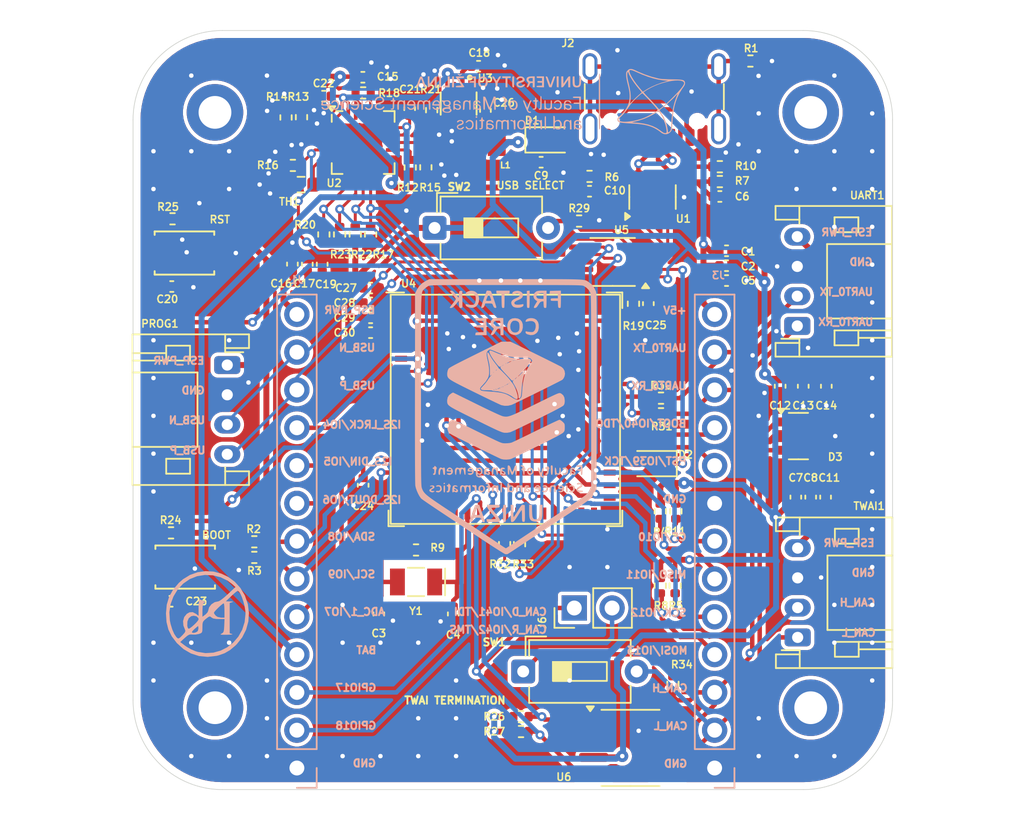
<source format=kicad_pcb>
(kicad_pcb (version 20241229) (generator "pcbnew") (generator_version "9.0")
  (layers (0 "F.Cu" signal) (2 "B.Cu" signal) (13 "F.Paste" user) (15 "B.Paste" user) (5 "F.SilkS" user "F.Silkscreen") (7 "B.SilkS" user "B.Silkscreen") (1 "F.Mask" user) (3 "B.Mask" user) (25 "Edge.Cuts" user))
  (net 0 "")
  (net 1 "GND")
  (net 2 "Net-(D1-A)")
  (net 3 "MISO")
  (net 4 "SCL")
  (net 5 "UART0_RX")
  (net 6 "UART0_TX")
  (net 7 "SCK")
  (net 8 "SDA")
  (net 9 "BOOT")
  (net 10 "I2S_DIN")
  (net 11 "CS")
  (net 12 "MOSI")
  (net 13 "ADC_1")
  (net 14 "I2S_LRCK")
  (net 15 "I2S_DOUT")
  (net 16 "VBUS")
  (net 17 "OUT{slash}BAT")
  (net 18 "BAT")
  (net 19 "Net-(D2-A)")
  (net 20 "Net-(J2-CC2)")
  (net 21 "Net-(J2-SHIELD)")
  (net 22 "GPIO18")
  (net 23 "GPIO0")
  (net 24 "CAN_L")
  (net 25 "CAN_H")
  (net 26 "CAN_R")
  (net 27 "CAN_D")
  (net 28 "ESP_PWR")
  (net 30 "EN")
  (net 31 "Net-(J2-CC1)")
  (net 33 "Net-(R34-Pad2)")
  (net 34 "Net-(U3-SW)")
  (net 35 "Net-(U2-PROG3)")
  (net 36 "Net-(U2-VPCC)")
  (net 37 "GPIO17")
  (net 38 "Net-(U2-PROG1)")
  (net 39 "X_TAL_P")
  (net 40 "Net-(U2-CE)")
  (net 41 "PG")
  (net 42 "STAT1")
  (net 43 "STAT2")
  (net 44 "Net-(U3-VSET)")
  (net 45 "X_TAL_N")
  (net 46 "Net-(U4-TXD0)")
  (net 47 "Net-(U4-RXD0)")
  (net 48 "SEL")
  (net 49 "Net-(U4-USB_D-)")
  (net 50 "USB_P")
  (net 51 "Net-(U4-USB_D+)")
  (net 52 "Net-(U2-THERM)")
  (net 53 "USB_N")
  (net 54 "USB_P_2")
  (net 55 "USB_N_2")
  (net 58 "RST")
  (net 60 "USB_P_HD")
  (net 61 "USB_N_HD")
  (net 62 "USB_N_ESP")
  (net 63 "USB_P_ESP")
  (net 72 "GPIO48")
  (net 73 "GPIO1")
  (footprint "User_imports:SW_TS-1088-AR02016" (layer "F.Cu") (at 130.45 86.95 180)
    (property "Reference" "RST")
    (property "Value" "TS-1088-AR02016")
  )
  (footprint "MountingHole:MountingHole_2.2mm_M2_DIN965_Pad" (layer "F.Cu") (at 132.5 77.5)
    (property "Reference" "REF**" (hide yes))
    (property "Value" "MountingHole_2.2mm_M2_DIN965_Pad")
  )
  (footprint "Capacitor_SMD:C_0402_1005Metric" (layer "F.Cu") (at 129.55 110.35)
    (property "Reference" "C23")
    (property "Value" "0.1uF")
  )
  (footprint "Capacitor_SMD:C_0402_1005Metric" (layer "F.Cu") (at 173.5 103.35 90)
    (property "Reference" "C11")
    (property "Value" "1nF")
  )
  (footprint "Capacitor_SMD:C_0402_1005Metric" (layer "F.Cu") (at 139.7 87.7 90)
    (property "Reference" "C19")
    (property "Value" "1nF")
  )
  (footprint "Button_Switch_THT:SW_DIP_SPSTx01_Slide_6.7x4.1mm_W7.62mm_P2.54mm_LowProfile" (layer "F.Cu") (at 153.195 115.0625)
    (property "Reference" "SW1")
    (property "Value" "SW_DIP_x01")
  )
  (footprint "Package_DFN_QFN:QFN-20-1EP_4x4mm_P0.5mm_EP2.5x2.5mm" (layer "F.Cu") (at 142.45 79.525)
    (property "Reference" "U2")
    (property "Value" "MCP73871-2CC")
  )
  (footprint "Capacitor_SMD:C_0402_1005Metric" (layer "F.Cu") (at 166.85 86.8)
    (property "Reference" "C1")
    (property "Value" "2.2uF")
  )
  (footprint "Resistor_SMD:R_0402_1005Metric" (layer "F.Cu") (at 162.45 97.75)
    (property "Reference" "R31")
    (property "Value" "22")
  )
  (footprint "Capacitor_SMD:C_0402_1005Metric" (layer "F.Cu") (at 142.95 90.3)
    (property "Reference" "C28")
    (property "Value" "100nF")
  )
  (footprint "Diode_SMD:D_SOD-323" (layer "F.Cu") (at 154.95 79.35)
    (property "Reference" "D1")
    (property "Value" "1N5819WS")
  )
  (footprint "Resistor_SMD:R_0402_1005Metric" (layer "F.Cu") (at 153.05 119.1)
    (property "Reference" "R27")
    (property "Value" "4K7")
  )
  (footprint "Capacitor_SMD:C_0402_1005Metric" (layer "F.Cu") (at 138.7 87.7 90)
    (property "Reference" "C17")
    (property "Value" "100nF")
  )
  (footprint "Capacitor_SMD:C_0402_1005Metric" (layer "F.Cu") (at 139.8 76.4125 180)
    (property "Reference" "C22")
    (property "Value" "4.7uF")
  )
  (footprint "User_imports:SON50P200X150X100-8N" (layer "F.Cu") (at 148.86 76.905 -90)
    (property "Reference" "U3")
    (property "Value" "TPS62840DLCR")
  )
  (footprint "Capacitor_SMD:C_0402_1005Metric" (layer "F.Cu") (at 142.95 92.3)
    (property "Reference" "C30")
    (property "Value" "100pF")
  )
  (footprint "Capacitor_SMD:C_0402_1005Metric" (layer "F.Cu") (at 170.45 95.9 -90)
    (property "Reference" "C12")
    (property "Value" "2.2uF")
  )
  (footprint "Capacitor_SMD:C_0402_1005Metric" (layer "F.Cu") (at 172.5 103.35 90)
    (property "Reference" "C8")
    (property "Value" "100nF")
  )
  (footprint "Package_TO_SOT_SMD:SOT-23-6" (layer "F.Cu") (at 161.88 83.19 90)
    (property "Reference" "U1")
    (property "Value" "USBLC6-2SC6")
  )
  (footprint "Button_Switch_THT:SW_DIP_SPSTx01_Slide_6.7x4.1mm_W7.62mm_P2.54mm_LowProfile" (layer "F.Cu") (at 147.245 85.2625)
    (property "Reference" "SW2")
    (property "Value" "SW_DIP_x01")
  )
  (footprint "Capacitor_SMD:C_0402_1005Metric" (layer "F.Cu") (at 161.6 90.35 90)
    (property "Reference" "C25")
    (property "Value" "1uF")
  )
  (footprint "Resistor_SMD:R_0402_1005Metric" (layer "F.Cu") (at 162.4 104.3 90)
    (property "Reference" "R4")
    (property "Value" "10K")
  )
  (footprint "Resistor_SMD:R_0603_1608Metric" (layer "F.Cu") (at 138.28 82.3525 180)
    (property "Reference" "TH1")
    (property "Value" "10k")
  )
  (footprint "Resistor_SMD:R_0402_1005Metric" (layer "F.Cu") (at 163.45 104.3 90)
    (property "Reference" "R11")
    (property "Value" "10K")
  )
  (footprint "Resistor_SMD:R_0402_1005Metric" (layer "F.Cu") (at 135.14 107.4 180)
    (property "Reference" "R3")
    (property "Value" "4K7")
  )
  (footprint "Resistor_SMD:R_0402_1005Metric" (layer "F.Cu") (at 141.92 85.7025 90)
    (property "Reference" "R22")
    (property "Value" "10k")
  )
  (footprint "User_imports:SW_TS-1088-AR02016" (layer "F.Cu") (at 130.5 108.05 180)
    (property "Reference" "BOOT")
    (property "Value" "TS-1088-AR02016")
  )
  (footprint "Resistor_SMD:R_0402_1005Metric" (layer "F.Cu") (at 156.95 84.8)
    (property "Reference" "R29")
    (property "Value" "10K")
  )
  (footprint "User_imports:INDC2016X120N" (layer "F.Cu") (at 150.56 79.52)
    (property "Reference" "L1")
    (property "Value" "2.2uH")
  )
  (footprint "Resistor_SMD:R_0402_1005Metric" (layer "F.Cu") (at 166.4 82.15)
    (property "Reference" "R7")
    (property "Value" "10K")
  )
  (footprint "Capacitor_SMD:C_0402_1005Metric" (layer "F.Cu") (at 143.5 111.2 90)
    (property "Reference" "C3")
    (property "Value" "15pF")
  )
  (footprint "Capacitor_SMD:C_0402_1005Metric" (layer "F.Cu") (at 157.65 82.8 180)
    (property "Reference" "C10")
    (property "Value" "10uf")
  )
  (footprint "Capacitor_SMD:C_0402_1005Metric" (layer "F.Cu") (at 142.95 91.3)
    (property "Reference" "C29")
    (property "Value" "1nF")
  )
  (footprint "Capacitor_SMD:C_0402_1005Metric" (layer "F.Cu") (at 142.43 75.14)
    (property "Reference" "C15")
    (property "Value" "10uf")
  )
  (footprint "Resistor_SMD:R_0402_1005Metric" (layer "F.Cu") (at 146 106.9 180)
    (property "Reference" "R9")
    (property "Value" "1M")
  )
  (footprint "Capacitor_SMD:C_0402_1005Metric" (layer "F.Cu") (at 142.95 89.3)
    (property "Reference" "C27")
    (property "Value" "22uF")
  )
  (footprint "Capacitor_SMD:C_0402_1005Metric" (layer "F.Cu") (at 142.45 102.55 -90)
    (property "Reference" "C24")
    (property "Value" "0.1uF")
  )
  (footprint "Package_TO_SOT_SMD:SOT-23" (layer "F.Cu") (at 171.675 99.25)
    (property "Reference" "D3")
    (property "Value" "PESD1CAN")
  )
  (footprint "Resistor_SMD:R_0402_1005Metric" (layer "F.Cu") (at 162.45 96.7)
    (property "Reference" "R30")
    (property "Value" "22")
  )
  (footprint "Resistor_SMD:R_0402_1005Metric" (layer "F.Cu") (at 142.95 85.7025 -90)
    (property "Reference" "R17")
    (property "Value" "10k")
  )
  (footprint "MountingHole:MountingHole_2.2mm_M2_DIN965_Pad" (layer "F.Cu") (at 172.5 117.5)
    (property "Reference" "REF**" (hide yes))
    (property "Value" "MountingHole_2.2mm_M2_DIN965_Pad")
  )
  (footprint "Resistor_SMD:R_0402_1005Metric" (layer "F.Cu") (at 160.6 90.36 -90)
    (property "Reference" "R19")
    (property "Value" "10K")
  )
  (footprint "Resistor_SMD:R_0402_1005Metric" (layer "F.Cu") (at 138.31 77.8225 -90)
    (property "Reference" "R13")
    (property "Value" "330k")
  )
  (footprint "Capacitor_SMD:C_0402_1005Metric" (layer "F.Cu") (at 166.85 87.8)
    (property "Reference" "C2")
    (property "Value" "100nF")
  )
  (footprint "Resistor_SMD:R_0402_1005Metric" (layer "F.Cu") (at 166.4 81.15)
    (property "Reference" "R10")
    (property "Value" "5.1K")
  )
  (footprint "Connector_JST:JST_PH_S4B-PH-K_1x04_P2.00mm_Horizontal" (layer "F.Cu") (at 171.6 91.85 90)
    (property "Reference" "UART1")
    (property "Value" "Conn_01x04_Pin")
  )
  (footprint "Resistor_SMD:R_0402_1005Metric" (layer "F.Cu") (at 129.55 105.75 180)
    (property "Reference" "R24")
    (property "Value" "10K")
  )
  (footprint "Resistor_SMD:R_0402_1005Metric" (layer "F.Cu") (at 146.66 81.1925 -90)
    (property "Reference" "R15")
    (property "Value" "2k")
  )
  (footprint "Crystal:Crystal_SMD_G8-2Pin_3.2x1.5mm" (layer "F.Cu") (at 146 109.05 180)
    (property "Reference" "Y1")
    (property "Value" "32.768 kHz")
  )
  (footprint "Capacitor_SMD:C_0402_1005Metric" (layer "F.Cu") (at 172 95.9 -90)
    (property "Reference" "C13")
    (property "Value" "100nF")
  )
  (footprint "Capacitor_SMD:C_0402_1005Metric" (layer "F.Cu") (at 166.85 88.8)
    (property "Reference" "C5")
    (property "Value" "1nF")
  )
  (footprint "PCM_Espressif:ESP32-S3-MINI-1U" (layer "F.Cu") (at 152 97.45)
    (property "Reference" "U4")
    (property "Value" "ESP32-S3-MINI-1U")
  )
  (footprint "Resistor_SMD:R_0402_1005Metric" (layer "F.Cu") (at 153.05 118.1 180)
    (property "Reference" "R26")
    (property "Value" "4K7")
  )
  (footprint "Connector_PinHeader_2.54mm:PinHeader_1x02_P2.54mm_Vertical" (layer "F.Cu") (at 156.625 110.8 90)
    (property "Reference" "J6")
    (property "Value" "JTAG_PIN_HEADER")
  )
  (footprint "Package_SO:SOIC-8_3.9x4.9mm_P1.27mm" (layer "F.Cu") (at 160.4 120.2)
    (property "Reference" "U6")
    (property "Value" "SN65HVD232")
  )
  (footprint "Capacitor_SMD:C_0402_1005Metric" (layer "F.Cu") (at 173.55 95.9 -90)
    (property "Reference" "C14")
    (property "Value" "1nF")
  )
  (footprint "Connector_JST:JST_PH_S4B-PH-K_1x04_P2.00mm_Horizontal" (layer "F.Cu") (at 171.625 112.775 90)
    (property "Reference" "TWAI1")
    (property "Value" "Conn_01x04_Pin")
  )
  (footprint "Resistor_SMD:R_0402_1005Metric" (layer "F.Cu") (at 163.4 109.3 90)
    (property "Reference" "R5")
    (property "Value" "10K")
  )
  (footprint "Resistor_SMD:R_0402_1005Metric" (layer "F.Cu") (at 163.25 115.9 90)
    (property "Reference" "R34")
    (property "Value" "120")
  )
  (footprint "Resistor_SMD:R_0402_1005Metric" (layer "F.Cu") (at 142.45 76.19)
    (property "Reference" "R18")
    (property "Value" "10k")
  )
  (footprint "Resistor_SMD:R_0402_1005Metric" (layer "F.Cu") (at 140.87 85.7025 90)
    (property "Reference" "R23")
    (property "Value" "10k")
  )
  (footprint "Capacitor_SMD:C_0402_1005Metric" (layer "F.Cu") (at 166.4 83.15)
    (property "Reference" "C6")
    (property "Value" "10uf")
  )
  (footprint "Capacitor_SMD:C_0402_1005Metric" (layer "F.Cu") (at 150.66 77.365 90)
    (property "Reference" "C26")
    (property "Value" "10uF")
  )
  (footprint "Resistor_SMD:R_0402_1005Metric" (layer "F.Cu") (at 168.45 74.05)
    (property "Reference" "R1")
    (property "Value" "1M")
  )
  (footprint "MountingHole:MountingHole_2.2mm_M2_DIN965_Pad" (layer "F.Cu") (at 172.5 77.5)
    (property "Reference" "REF**" (hide yes))
    (property "Value" "MountingHole_2.2mm_M2_DIN965_Pad")
  )
  (footprint "Resistor_SMD:R_0402_1005Metric" (layer "F.Cu") (at 145.61 81.2025 -90)
    (property "Reference" "R12")
    (property "Value" "20k")
  )
  (footprint "Diode_SMD:D_SOD-323" (layer "F.Cu") (at 161.9 101.1 180)
    (property "Reference" "D2")
    (property "Value" "1N5819WS")
  )
  (footprint "Resistor_SMD:R_0402_1005Metric" (layer "F.Cu") (at 162.4 109.3 90)
    (property "Reference" "R8")
    (property "Value" "10K")
  )
  (footprint "Capacitor_SMD:C_0402_1005Metric" (layer "F.Cu") (at 154.4 80.85)
    (property "Reference" "C9")
    (property "Value" "10uf")
  )
  (footprint "Capacitor_SMD:C_0402_1005Metric" (layer "F.Cu") (at 137.7 87.695 90)
    (property "Reference" "C16")
    (property "Value" "2.2uF")
  )
  (footprint "Resistor_SMD:R_0402_1005Metric" (layer "F.Cu") (at 151.95 106.51 -90)
    (property "Reference" "R32")
    (property "Value" "22")
  )
  (footprint "Capacitor_SMD:C_0402_1005Metric" (layer "F.Cu") (at 171.5 103.35 90)
    (property "Reference" "C7")
    (property "Value" "2.2uF")
  )
  (footprint "Resistor_SMD:R_0402_1005Metric" (layer "F.Cu") (at 152.95 106.51 -90)
    (property "Reference" "R33")
    (property "Value" "22")
  )
  (footprint "Resistor_SMD:R_0402_1005Metric" (layer "F.Cu") (at 147.05 77.35 90)
    (property "Reference" "R21")
    (property "Value" "267k")
  )
  (footprint "Capacitor_SMD:C_0402_1005Metric" (layer "F.Cu") (at 145.57 77.2425 90)
    (property "Reference" "C21")
    (property "Value" "4.7uF")
  )
  (footprint "Capacitor_SMD:C_0402_1005Metric" (layer "F.Cu") (at 129.6 89.2)
    (property "Reference" "C20")
    (property "Value" "0.1uF")
  )
  (footprint "Resistor_SMD:R_0402_1005Metric" (layer "F.Cu") (at 137.73 81.0625 180)
    (property "Reference" "R16")
    (property "Value" "10k")
  )
  (footprint "Connector_JST:JST_PH_S4B-PH-K_1x04_P2.00mm_Horizontal" (layer "F.Cu") (at 133.325 94.475 -90)
    (property "Reference" "PROG1")
    (property "Value" "Conn_01x04_Pin")
  )
  (footprint "Capacitor_SMD:C_0402_1005Metric" (layer "F.Cu") (at 148.5 111.2 90)
    (property "Reference" "C4")
    (property "Value" "15pF")
  )
  (footprint "Resistor_SMD:R_0402_1005Metric" (layer "F.Cu") (at 137.27 77.8425 90)
    (property "Reference" "R14")
    (property "Value" "110k")
  )
  (footprint "Resistor_SMD:R_0402_1005Metric" (layer "F.Cu") (at 135.14 106.35 180)
    (property "Reference" "R2")
    (property "Value" "4K7")
  )
  (footprint "MountingHole:MountingHole_2.2mm_M2_DIN965_Pad" (layer "F.Cu") (at 132.5 117.5)
    (property "Reference" "REF**" (hide yes))
    (property "Value" "MountingHole_2.2mm_M2_DIN965_Pad")
  )
  (footprint "Capacitor_SMD:C_0402_1005Metric" (layer "F.Cu") (at 150.2 74.4)
    (property "Reference" "C18")
    (property "Value" "4.7uF")
  )
  (footprint "Package_SO:MSOP-10_3x3mm_P0.5mm" (layer "F.Cu") (at 159.2 87.55 180)
    (property "Reference" "U5")
    (property "Value" "FSUSB42MUX")
  )
  (footprint "Resistor_SMD:R_0402_1005Metric" (layer "F.Cu") (at 157.65 81.8)
    (property "Reference" "R6")
    (property "Value" "5.1K")
  )
  (footprint "Resistor_SMD:R_0402_1005Metric" (layer "F.Cu") (at 139.81 85.7025 90)
    (property "Reference" "R20")
    (property "Value" "10k")
  )
  (footprint "Resistor_SMD:R_0402_1005Metric" (layer "F.Cu") (at 129.65 84.65 180)
    (property "Reference" "R25")
    (property "Value" "10K")
  )
  (footprint "Connector_USB:USB_C_Receptacle_GCT_USB4105-xx-A_16P_TopMnt_Horizontal" (layer "F.Cu") (at 162 75.5 180)
    (property "Reference" "J2")
    (property "Value" "USB_C_Receptacle_USB2.0_16P")
  )
  (footprint "User_imports:fri_logo" (layer "B.Cu") (at 151.873156 76.819906 180)
    (property "Reference" "G***" (hide yes))
    (property "Value" "LOGO" (hide yes))
  )
  (footprint "User_imports:jano" (layer "B.Cu") (at 152.15 97.6 180)
    (property "Reference" "G***" (hide yes))
    (property "Value" "LOGO" (hide yes))
  )
  (footprint "User_imports:lead_free" (layer "B.Cu") (at 131.4 111.125 180)
    (property "Reference" "G***" (hide yes))
    (property "Value" "LOGO" (hide yes))
  )
  (footprint "Connector_PinSocket_2.54mm:PinSocket_1x13_P2.54mm_Vertical" (layer "B.Cu") (at 138 121.55)
    (property "Reference" "J1")
    (property "Value" "Conn_01x13_Socket")
  )
  (footprint "Connector_PinSocket_2.54mm:PinSocket_1x13_P2.54mm_Vertical" (layer "B.Cu") (at 166.05 121.55)
    (property "Reference" "J3")
    (property "Value" "Conn_01x13_Socket")
  )
  (gr_line (start 127 117) (end 127 78) (stroke (width 0.05)) (layer "Edge.Cuts"))
  (gr_arc (start 133 123) (mid 128.757359 121.242641) (end 127 117) (stroke (width 0.05)) (layer "Edge.Cuts"))
  (gr_line (start 172 123) (end 133 123) (stroke (width 0.05)) (layer "Edge.Cuts"))
  (gr_line (start 133 72) (end 172 72) (stroke (width 0.05)) (layer "Edge.Cuts"))
  (gr_arc (start 172 72) (mid 176.242641 73.757359) (end 178 78) (stroke (width 0.05)) (layer "Edge.Cuts"))
  (gr_arc (start 178 117) (mid 176.242641 121.242641) (end 172 123) (stroke (width 0.05)) (layer "Edge.Cuts"))
  (gr_line (start 178 78) (end 178 117) (stroke (width 0.05)) (layer "Edge.Cuts"))
  (gr_arc (start 127 78) (mid 128.757359 73.757359) (end 133 72) (stroke (width 0.05)) (layer "Edge.Cuts"))
  (gr_text "TWAI TERMINATION\n" (at 145.15 117.3 -0) (layer "F.SilkS") (effects (font (size 0.5 0.5) (thickness 0.125) (bold yes)) (justify left bottom)))
  (gr_text "USB SELECT" (at 151.35 82.7 0) (layer "F.SilkS") (effects (font (size 0.5 0.5) (thickness 0.1) (bold yes)) (justify left bottom)))
  (gr_text "I2S_DIN/IO5" (at 144.475 101.25 0) (layer "B.SilkS") (effects (font (size 0.5 0.5) (thickness 0.125) (bold yes)) (justify left bottom mirror)))
  (gr_text "SCK/IO12" (at 164.225 111.4 0) (layer "B.SilkS") (effects (font (size 0.5 0.5) (thickness 0.125) (bold yes)) (justify left bottom mirror)))
  (gr_text "I2S_LRCK/IO4" (at 145.075 98.775 0) (layer "B.SilkS") (effects (font (size 0.5 0.5) (thickness 0.125) (bold yes)) (justify left bottom mirror)))
  (gr_text "SDA/IO8" (at 143.325 106.3 0) (layer "B.SilkS") (effects (font (size 0.5 0.5) (thickness 0.125) (bold yes)) (justify left bottom mirror)))
  (gr_text "UART0_TX" (at 176.75 89.85 0) (layer "B.SilkS") (effects (font (size 0.5 0.5) (thickness 0.125) (bold yes)) (justify left bottom mirror)))
  (gr_text "USB_N\n" (at 131.9 98.475 0) (layer "B.SilkS") (effects (font (size 0.5 0.5) (thickness 0.125) (bold yes)) (justify left bottom mirror)))
  (gr_text "CAN_R/IO42/TMS" (at 154.85 112.55 0) (layer "B.SilkS") (effects (font (size 0.5 0.5) (thickness 0.125) (bold yes)) (justify left bottom mirror)))
  (gr_text "CAN_H" (at 176.9 110.725 0) (layer "B.SilkS") (effects (font (size 0.5 0.5) (thickness 0.125) (bold yes)) (justify left bottom mirror)))
  (gr_text "USB_N" (at 143.325 93.6 0) (layer "B.SilkS") (effects (font (size 0.5 0.5) (thickness 0.125) (bold yes)) (justify left bottom mirror)))
  (gr_text "CAN_L\n" (at 176.925 112.75 0) (layer "B.SilkS") (effects (font (size 0.5 0.5) (thickness 0.125) (bold yes)) (justify left bottom mirror)))
  (gr_text "GND" (at 143.375 121.525 0) (layer "B.SilkS") (effects (font (size 0.5 0.5) (thickness 0.125) (bold yes)) (justify left bottom mirror)))
  (gr_text "GPIO18" (at 143.4 119 0) (layer "B.SilkS") (effects (font (size 0.5 0.5) (thickness 0.125) (bold yes)) (justify left bottom mirror)))
  (gr_text "+5V" (at 164.225 91.1 0) (layer "B.SilkS") (effects (font (size 0.5 0.5) (thickness 0.125) (bold yes)) (justify left bottom mirror)))
  (gr_text "GND" (at 164.275 121.55 0) (layer "B.SilkS") (effects (font (size 0.5 0.5) (thickness 0.125) (bold yes)) (justify left bottom mirror)))
  (gr_text "GND\n" (at 131.875 96.475 0) (layer "B.SilkS") (effects (font (size 0.5 0.5) (thickness 0.125) (bold yes)) (justify left bottom mirror)))
  (gr_text "ESP_PWR" (at 176.85 106.725 0) (layer "B.SilkS") (effects (font (size 0.5 0.5) (thickness 0.125) (bold yes)) (justify left bottom mirror)))
  (gr_text "UART0_TX" (at 164.225 93.625 0) (layer "B.SilkS") (effects (font (size 0.5 0.5) (thickness 0.125) (bold yes)) (justify left bottom mirror)))
  (gr_text "USB_P" (at 143.325 96.15 0) (layer "B.SilkS") (effects (font (size 0.5 0.5) (thickness 0.125) (bold yes)) (justify left bottom mirror)))
  (gr_text "RST/IO39/TCK" (at 164.225 101.225 0) (layer "B.SilkS") (effects (font (size 0.5 0.5) (thickness 0.125) (bold yes)) (justify left bottom mirror)))
  (gr_text "CAN_H" (at 164.3 116.475 0) (layer "B.SilkS") (effects (font (size 0.5 0.5) (thickness 0.125) (bold yes)) (justify left bottom mirror)))
  (gr_text "ESP_PWR" (at 131.85 94.475 0) (layer "B.SilkS") (effects (font (size 0.5 0.5) (thickness 0.125) (bold yes)) (justify left bottom mirror)))
  (gr_text "GND" (at 164.225 103.775 0) (layer "B.SilkS") (effects (font (size 0.5 0.5) (thickness 0.125) (bold yes)) (justify left bottom mirror)))
  (gr_text "I2S_DOUT/IO6" (at 145.075 103.825 0) (layer "B.SilkS") (effects (font (size 0.5 0.5) (thickness 0.125) (bold yes)) (justify left bottom mirror)))
  (gr_text "CS/IO10" (at 164.225 106.325 0) (layer "B.SilkS") (effects (font (size 0.5 0.5) (thickness 0.125) (bold yes)) (justify left bottom mirror)))
  (gr_text "CAN_D/IO41/TDI" (at 154.85 111.35 0) (layer "B.SilkS") (effects (font (size 0.5 0.5) (thickness 0.125) (bold yes)) (justify left bottom mirror)))
  (gr_text "GND\n" (at 176.725 87.85 0) (layer "B.SilkS") (effects (font (size 0.5 0.5) (thickness 0.125) (bold yes)) (justify left bottom mirror)))
  (gr_text "UART0_RX\n" (at 176.775 91.875 0) (layer "B.SilkS") (effects (font (size 0.5 0.5) (thickness 0.125) (bold yes)) (justify left bottom mirror)))
  (gr_text "SCL/IO9" (at 143.325 108.825 0) (layer "B.SilkS") (effects (font (size 0.5 0.5) (thickness 0.125) (bold yes)) (justify left bottom mirror)))
  (gr_text "GND\n" (at 176.875 108.725 0) (layer "B.SilkS") (effects (font (size 0.5 0.5) (thickness 0.125) (bold yes)) (justify left bottom mirror)))
  (gr_text "CAN_L\n" (at 164.3 119.025 0) (layer "B.SilkS") (effects (font (size 0.5 0.5) (thickness 0.125) (bold yes)) (justify left bottom mirror)))
  (gr_text "ADC_1/IO7" (at 143.975 111.35 0) (layer "B.SilkS") (effects (font (size 0.5 0.5) (thickness 0.125) (bold yes)) (justify left bottom mirror)))
  (gr_text "USB_P" (at 131.925 100.5 0) (layer "B.SilkS") (effects (font (size 0.5 0.5) (thickness 0.125) (bold yes)) (justify left bottom mirror)))
  (gr_text "MISO/IO11" (at 164.225 108.85 0) (layer "B.SilkS") (effects (font (size 0.5 0.5) (thickness 0.125) (bold yes)) (justify left bottom mirror)))
  (gr_text "ESP_PWR" (at 143.325 91.075 0) (layer "B.SilkS") (effects (font (size 0.5 0.5) (thickness 0.15) (bold yes)) (justify left bottom mirror)))
  (gr_text "BOOT/IO40/TDO\n" (at 164.225 98.7 0) (layer "B.SilkS") (effects (font (size 0.5 0.5) (thickness 0.125) (bold yes)) (justify left bottom mirror)))
  (gr_text "GPIO17" (at 143.4 116.45 0) (layer "B.SilkS") (effects (font (size 0.5 0.5) (thickness 0.125) (bold yes)) (justify left bottom mirror)))
  (gr_text "ESP_PWR" (at 176.7 85.85 0) (layer "B.SilkS") (effects (font (size 0.5 0.5) (thickness 0.125) (bold yes)) (justify left bottom mirror)))
  (gr_text "BAT\n" (at 143.4 113.925 0) (layer "B.SilkS") (effects (font (size 0.5 0.5) (thickness 0.125) (bold yes)) (justify left bottom mirror)))
  (gr_text "UART0_RX" (at 164.225 96.175 0) (layer "B.SilkS") (effects (font (size 0.5 0.5) (thickness 0.125) (bold yes)) (justify left bottom mirror)))
  (gr_text "MOSI/IO13\n" (at 164.3 113.95 0) (layer "B.SilkS") (effects (font (size 0.5 0.5) (thickness 0.125) (bold yes)) (justify left bottom mirror)))
  (segment (start 172.275 108.7) (end 171.55 108.7) (width 0.3) (layer "F.Cu") (net 1))
  (via (at 128.37 92.81) (size 0.8) (drill 0.3) (layers "F.Cu" "B.Cu") (net 1))
  (via (at 151.75 76.65) (size 0.6) (drill 0.3) (layers "F.Cu" "B.Cu") (net 1))
  (via (at 134.75 95.65) (size 0.6) (drill 0.3) (layers "F.Cu" "B.Cu") (net 1))
  (via (at 136.35 76.7) (size 0.6) (drill 0.3) (layers "F.Cu" "B.Cu") (net 1))
  (via (at 151.45 75.9) (size 0.6) (drill 0.3) (layers "F.Cu" "B.Cu") (net 1))
  (via (at 133.9 86.95) (size 0.6) (drill 0.3) (layers "F.Cu" "B.Cu") (net 1))
  (via (at 176.63 80.11) (size 0.8) (drill 0.3) (layers "F.Cu" "B.Cu") (net 1))
  (via (at 135.99 118.21) (size 0.8) (drill 0.3) (layers "F.Cu" "B.Cu") (net 1))
  (via (at 149.15 92.6) (size 0.6) (drill 0.3) (layers "F.Cu" "B.Cu") (net 1))
  (via (at 155.9 81.55) (size 0.6) (drill 0.3) (layers "F.Cu" "B.Cu") (net 1))
  (via (at 156.8 92.35) (size 0.6) (drill 0.3) (layers "F.Cu" "B.Cu") (net 1))
  (via (at 159.575 76.2) (size 0.6) (drill 0.3) (layers "F.Cu" "B.Cu") (net 1))
  (via (at 145.35 84.1) (size 0.6) (drill 0.3) (layers "F.Cu" "B.Cu") (net 1))
  (via (at 172.325 93.325) (size 0.6) (drill 0.3) (layers "F.Cu" "B.Cu") (net 1))
  (via (at 147.7 81) (size 0.6) (drill 0.3) (layers "F.Cu" "B.Cu") (net 1))
  (via (at 139.8 77.55) (size 0.6) (drill 0.3) (layers "F.Cu" "B.Cu") (net 1))
  (via (at 128.37 113.13) (size 0.8) (drill 0.3) (layers "F.Cu" "B.Cu") (net 1))
  (via (at 135.99 75.03) (size 0.8) (drill 0.3) (layers "F.Cu" "B.Cu") (net 1))
  (via (at 156.9 98.8) (size 0.6) (drill 0.3) (layers "F.Cu" "B.Cu") (net 1))
  (via (at 169.9 74.05) (size 0.6) (drill 0.3) (layers "F.Cu" "B.Cu") (net 1))
  (via (at 148.69 120.75) (size 0.8) (drill 0.3) (layers "F.Cu" "B.Cu") (net 1))
  (via (at 158.85 105.51) (size 0.8) (drill 0.3) (layers "F.Cu" "B.Cu") (net 1))
  (via (at 141.8 103.9) (size 0.6) (drill 0.3) (layers "F.Cu" "B.Cu") (net 1))
  (via (at 146.8 97.15) (size 0.6) (drill 0.3) (layers "F.Cu" "B.Cu") (net 1))
  (via (at 151.5 73.65) (size 0.6) (drill 0.3) (layers "F.Cu" "B.Cu") (net 1))
  (via (at 171.55 82.65) (size 0.8) (drill 0.3) (layers "F.Cu" "B.Cu") (net 1))
  (via (at 151.95 74.35) (size 0.6) (drill 0.3) (layers "F.Cu" "B.Cu") (net 1))
  (via (at 148.69 115.67) (size 0.8) (drill 0.3) (layers "F.Cu" "B.Cu") (net 1))
  (via (at 174.09 113.13) (size 0.8) (drill 0.3) (layers "F.Cu" "B.Cu") (net 1))
  (via (at 174.09 75.03) (size 0.8) (drill 0.3) (layers "F.Cu" "B.Cu") (net 1))
  (via (at 164 83.2) (size 0.6) (drill 0.3) (layers "F.Cu" "B.Cu") (net 1))
  (via (at 148.4 79.45) (size 0.6) (drill 0.3) (layers "F.Cu" "B.Cu") (net 1))
  (via (at 167.65 79.65) (size 0.6) (drill 0.3) (layers "F.Cu" "B.Cu") (net 1))
  (via (at 134.1 108.25) (size 0.6) (drill 0.3) (layers "F.Cu" "B.Cu") (net 1))
  (via (at 168.35 86.8) (size 0.6) (drill 0.3) (layers "F.Cu" "B.Cu") (net 1))
  (via (at 128.37 97.89) (size 0.8) (drill 0.3) (layers "F.Cu" "B.Cu") (net 1))
  (via (at 131.15 108.15) (size 0.6) (drill 0.3) (layers "F.Cu" "B.Cu") (net 1))
  (via (at 133.45 82.65) (size 0.8) (drill 0.3) (layers "F.Cu" "B.Cu") (net 1))
  (via (at 147.9 81.75) (size 0.6) (drill 0.3) (layers "F.Cu" "B.Cu") (net 1))
  (via (at 141.07 110.59) (size 0.8) (drill 0.3) (layers "F.Cu" "B.Cu") (net 1))
  (via (at 157.75 80.3) (size 0.6) (drill 0.3) (layers "F.Cu" "B.Cu") (net 1))
  (via (at 137.7 86.25) (size 0.6) (drill 0.3) (layers "F.Cu" "B.Cu") (net 1))
  (via (at 146.4 99.55) (size 0.6) (drill 0.3) (layers "F.Cu" "B.Cu") (net 1))
  (via (at 156.95 93.55) (size 0.6) (drill 0.3) (layers "F.Cu" "B.Cu") (net 1))
  (via (at 135.99 115.67) (size 0.8) (drill 0.3) (layers "F.Cu" "B.Cu") (net 1))
  (via (at 155.5 76.15) (size 0.6) (drill 0.3) (layers "F.Cu" "B.Cu") (net 1))
  (via (at 176.63 100.43) (size 0.8) (drill 0.3) (layers "F.Cu" "B.Cu") (net 1))
  (via (at 172 97.25) (size 0.6) (drill 0.3) (layers "F.Cu" "B.Cu") (net 1))
  (via (at 176.63 102.97) (size 0.8) (drill 0.3) (layers "F.Cu" "B.Cu") (net 1))
  (via (at 141.07 120.75) (size 0.8) (drill 0.3) (layers "F.Cu" "B.Cu") (net 1))
  (via (at 139.35 78.25) (size 0.6) (drill 0.3) (layers "F.Cu" "B.Cu") (net 1))
  (via (at 176.63 90.27) (size 0.8) (drill 0.3) (layers "F.Cu" "B.Cu") (net 1))
  (via (at 174.09 110.59) (size 0.8) (drill 0.3) (layers "F.Cu" "B.Cu") (net 1))
  (via (at 143.61 120.75) (size 0.8) (drill 0.3) (layers "F.Cu" "B.Cu") (net 1))
  (via (at 156.9 94.8) (size 0.6) (drill 0.3) (layers "F.Cu" "B.Cu") (net 1))
  (via (at 169.01 120.75) (size 0.8) (drill 0.3) (layers "F.Cu" "B.Cu") (net 1))
  (via (at 155.55 92.65) (size 0.6) (drill 0.3) (layers "F.Cu" "B.Cu") (net 1))
  (via (at 170.25 87.85) (size 0.6) (drill 0.3) (layers "F.Cu" "B.Cu") (net 1))
  (via (at 148.4 78.75) (size 0.6) (drill 0.3) (layers "F.Cu" "B.Cu") (net 1))
  (via (at 176.63 85.19) (size 0.8) (drill 0.3) (layers "F.Cu" "B.Cu") (net 1))
  (via (at 155.65 93.75) (size 0.6) (drill 0.3) (layers "F.Cu" "B.Cu") (net 1))
  (via (at 128.37 100.43) (size 0.8) (drill 0.3) (layers "F.Cu" "B.Cu") (net 1))
  (via (at 137.15 76.25) (size 0.6) (drill 0.3) (layers "F.Cu" "B.Cu") (net 1))
  (via (at 171.55 80.11) (size 0.8) (drill 0.3) (layers "F.Cu" "B.Cu") (net 1))
  (via (at 176.63 113.13) (size 0.8) (drill 0.3) (layers "F.Cu" "B.Cu") (net 1))
  (via (at 158.85 108.05) (size 0.8) (drill 0.3) (layers "F.Cu" "B.Cu") (net 1))
  (via (at 138.3 79.65) (size 0.6) (drill 0.3) (layers "F.Cu" "B.Cu") (net 1))
  (via (at 154.15 92.85) (size 0.6) (drill 0.3) (layers "F.Cu" "B.Cu") (net 1))
  (via (at 144.05 74.45) (size 0.6) (drill 0.3) (layers "F.Cu" "B.Cu") (net 1))
  (via (at 136 77.4) (size 0.6) (drill 0.3) (layers "F.Cu" "B.Cu") (net 1))
  (via (at 133.45 80.11) (size 0.8) (drill 0.3) (layers "F.Cu" "B.Cu") (net 1))
  (via (at 133.45 113.13) (size 0.8) (drill 0.3) (layers "F.Cu" "B.Cu") (net 1))
  (via (at 168.2 88.8) (size 0.6) (drill 0.3) (layers "F.Cu" "B.Cu") (net 1))
  (via (at 136.1 81.6) (size 0.6) (drill 0.3) (layers "F.Cu" "B.Cu") (net 1))
  (via (at 136.2 82.95) (size 0.6) (drill 0.3) (layers "F.Cu" "B.Cu") (net 1))
  (via (at 167.175 94.85) (size 0.6) (drill 0.3) (layers "F.Cu" "B.Cu") (net 1))
  (via (at 147.55 79) (size 0.6) (drill 0.3) (layers "F.Cu" "B.Cu") (net 1))
  (via (at 176.63 95.35) (size 0.8) (drill 0.3) (layers "F.Cu" "B.Cu") (net 1))
  (via (at 174.09 85.19) (size 0.8) (drill 0.3) (layers "F.Cu" "B.Cu") (net 1))
  (via (at 169.01 77.57) (size 0.8) (drill 0.3) (layers "F.Cu" "B.Cu") (net 1))
  (via (at 131.05 89.25) (size 0.6) (drill 0.3) (layers "F.Cu" "B.Cu") (net 1))
  (via (at 150.7 73.25) (size 0.6) (drill 0.3) (layers "F.Cu" "B.Cu") (net 1))
  (via (at 143.61 113.13) (size 0.8) (drill 0.3) (layers "F.Cu" "B.Cu") (net 1))
  (via (at 158.3 84.75) (size 0.6) (drill 0.3) (layers "F.Cu" "B.Cu") (net 1))
  (via (at 168.6 93.825) (size 0.6) (drill 0.3) (layers "F.Cu" "B.Cu") (net 1))
  (via (at 146.15 120.75) (size 0.8) (drill 0.3) (layers "F.Cu" "B.Cu") (net 1))
  (via (at 164.5 76.1) (size 0.6) (drill 0.3) (layers "F.Cu" "B.Cu") (net 1))
  (via (at 169.01 97.89) (size 0.8) (drill 0.3) (layers "F.Cu" "B.Cu") (net 1))
  (via (at 150.5 75.85) (size 0.6) (drill 0.3) (layers "F.Cu" "B.Cu") (net 1))
  (via (at 131.45 83.6) (size 0.6) (drill 0.3) (layers "F.Cu" "B.Cu") (net 1))
  (via (at 154.35 88.8) (size 0.6) (drill 0.3) (layers "F.Cu" "B.Cu") (net 1))
  (via (at 169.01 118.21) (size 0.8) (drill 0.3) (layers "F.Cu" "B.Cu") (net 1))
  (via (at 153 88.8) (size 0.6) (drill 0.3) (layers "F.Cu" "B.Cu") (net 1))
  (via (at 137.65 79.7) (size 0.6) (drill 0.3) (layers "F.Cu" "B.Cu") (net 1))
  (via (at 155.3 97.1) (size 0.6) (drill 0.3) (layers "F.Cu" "B.Cu") (net 1))
  (via (at 173.55 97.2) (size 0.6) (drill 0.3) (layers "F.Cu" "B.Cu") (net 1))
  (via (at 130.91 113.13) (size 0.8) (drill 0.3) (layers "F.Cu" "B.Cu") (net 1))
  (via (at 158.6 80.35) (size 0.6) (drill 0.3) (layers "F.Cu" "B.Cu") (net 1))
  (via (at 148.69 118.21) (size 0.8) (drill 0.3) (layers "F.Cu" "B.Cu") (net 1))
  (via (at 136.15 80.75) (size 0.6) (drill 0.3) (layers "F.Cu" "B.Cu") (net 1))
  (via (at 141.07 95.35) (size 0.8) (drill 0.3) (layers "F.Cu" "B.Cu") (net 1))
  (via (at 146.5 74.95) (size 0.6) (drill 0.3) (layers "F.Cu" "B.Cu") (net 1))
  (via (at 173.2 108.75) (size 0.6) (drill 0.3) (layers "F.Cu" "B.Cu") (net 1))
  (via (at 128.37 95.35) (size 0.8) (drill 0.3) (layers "F.Cu" "B.Cu") (net 1))
  (via (at 130.91 75.03) (size 0.8) (drill 0.3) (layers "F.Cu" "B.Cu") (net 1))
  (via (at 171.55 120.75) (size 0.8) (drill 0.3) (layers "F.Cu" "B.Cu") (net 1))
  (via (at 146.15 118.21) (size 0.8) (drill 0.3) (layers "F.Cu" "B.Cu") (net 1))
  (via (at 170.2 92.2) (size 0.6) (drill 0.3) (layers "F.Cu" "B.Cu") (net 1))
  (via (at 130.3 86.05) (size 0.6) (drill 0.3) (layers "F.Cu" "B.Cu") (net 1))
  (via (at 176.63 92.81) (size 0.8) (drill 0.3) (layers "F.Cu" "B.Cu") (net 1))
  (via (at 176.63 110.59) (size 0.8) (drill 0.3) (layers "F.Cu" "B.Cu") (net 1))
  (via (at 133.45 92.81) (size 0.8) (drill 0.3) (layers "F.Cu" "B.Cu") (net 1))
  (via (at 156.31 108.05) (size 0.8) (drill 0.3) (layers "F.Cu" "B.Cu") (net 1))
  (via (at 176.63 108.05) (size 0.8) (drill 0.3) (layers "F.Cu" "B.Cu") (net 1))
  (via (at 169.01 80.11) (size 0.8) (drill 0.3) (layers "F.Cu" "B.Cu") (net 1))
  (via (at 169 75.05) (size 0.6) (drill 0.3) (layers "F.Cu" "B.Cu") (net 1))
  (via (at 135.5 82.35) (size 0.6) (drill 0.3) (layers "F.Cu" "B.Cu") (net 1))
  (via (at 130.6 86.9) (size 0.6) (drill 0.3) (layers "F.Cu" "B.Cu") (net 1))
  (via (at 130.91 80.11) (size 0.8) (drill 0.3) (layers "F.Cu" "B.Cu") (net 1))
  (via (at 149.9 93.2) (size 0.6) (drill 0.3) (layers "F.Cu" "B.Cu") (net 1))
  (via (at 174.15 99.25) (size 0.6) (drill 0.3) (layers "F.Cu" "B.Cu") (net 1))
  (via (at 148.1 92.35) (size 0.6) (drill 0.3) (layers "F.Cu" "B.Cu") (net 1))
  (via (at 160.95 119.05) (size 0.6) (drill 0.3) (layers "F.Cu" "B.Cu") (net 1))
  (via (at 146.75 98.5) (size 0.6) (drill 0.3) (layers "F.Cu" "B.Cu") (net 1))
  (via (at 159.525 73.325) (size 0.6) (drill 0.3) (layers "F.Cu" "B.Cu") (net 1))
  (via (at 176.63 97.89) (size 0.8) (drill 0.3) (layers "F.Cu" "B.Cu") (net 1))
  (via (at 155.85 97.9) (size 0.6) (drill 0.3) (layers "F.Cu" "B.Cu") (net 1))
  (via (at 176.63 82.65) (size 0.8) (drill 0.3) (layers "F.Cu" "B.Cu") (net 1))
  (via (at 128.37 82.65) (size 0.8) (drill 0.3) (layers "F.Cu" "B.Cu") (net 1))
  (via (at 176.63 77.57) (size 0.8) (drill 0.3) (layers "F.Cu" "B.Cu") (net 1))
  (via (at 176.63 115.67) (size 0.8) (drill 0.3) (layers "F.Cu" "B.Cu") (net 1))
  (via (at 146.35 75.7) (size 0.6) (drill 0.3) (layers "F.Cu" "B.Cu") (net 1))
  (via (at 135.99 120.75) (size 0.8) (drill 0.3) (layers "F.Cu" "B.Cu") (net 1))
  (via (at 128.37 102.97) (size 0.8) (drill 0.3) (layers "F.Cu" "B.Cu") (net 1))
  (via (at 136.55 80.15) (size 0.6) (drill 0.3) (layers "F.Cu" "B.Cu") (net 1))
  (via (at 151.7 88.8) (size 0.6) (drill 0.3) (layers "F.Cu" "B.Cu") (net 1))
  (via (at 133.45 120.75) (size 0.8) (drill 0.3) (layers "F.Cu" "B.Cu") (net 1))
  (via (at 174.09 80.11) (size 0.8) (drill 0.3) (layers "F.Cu" "B.Cu") (net 1))
  (via (at 174.09 120.75) (size 0.8) (drill 0.3) (layers "F.Cu" "B.Cu") (net 1))
  (via (at 146.15 113.13) (size 0.8) (drill 0.3) (layers "F.Cu" "B.Cu") (net 1))
  (via (at 155.45 99) (size 0.6) (drill 0.3) (layers "F.Cu" "B.Cu") (net 1))
  (via (at 147.25 74.7) (size 0.6) (drill 0.3) (layers "F.Cu" "B.Cu") (net 1))
  (via (at 128.37 80.11) (size 0.8) (drill 0.3) (layers "F.Cu" "B.Cu") (net 1))
  (via (at 176.63 87.73) (size 0.8) (drill 0.3) (layers "F.Cu" "B.Cu") (net 1))
  (via (at 139.15 77.35) (size 0.6) (drill 0.3) (layers "F.Cu" "B.Cu") (net 1))
  (via (at 150.25 88.8) (size 0.6) (drill 0.3) (layers "F.Cu" "B.Cu") (net 1))
  (via (at 176.63 105.51) (size 0.8) (drill 0.3) (layers "F.Cu" "B.Cu") (net 1))
  (via (at 148.7 81.7) (size 0.6) (drill 0.3) (layers "F.Cu" "B.Cu") (net 1))
  (via (at 156.31 115.67) (size 0.8) (drill 0.3) (layers "F.Cu" "B.Cu") (net 1))
  (via (at 128.37 115.67) (size 0.8) (drill 0.3) (layers "F.Cu" "B.Cu") (net 1))
  (via (at 141.07 113.13) (size 0.8) (drill 0.3) (layers "F.Cu" "B.Cu") (net 1))
  (via (at 148.2 93.4) (size 0.6) (drill 0.3) (layers "F.Cu" "B.Cu") (net 1))
  (via (at 166.8 80.2) (size 0.6) (drill 0.3) (layers "F.Cu" "B.Cu") (net 1))
  (via (at 161.39 92.81) (size 0.8) (drill 0.3) (layers "F.Cu" "B.Cu") (net 1))
  (via (at 143 74.15) (size 0.6) (drill 0.3) (layers "F.Cu" "B.Cu") (net 1))
  (via (at 156.25 99.25) (size 0.6) (drill 0.3) (layers "F.Cu" "B.Cu") (net 1))
  (via (at 147.65 111.7) (size 0.6) (drill 0.3) (layers "F.Cu" "B.Cu") (net 1))
  (via (at 144.3 75.25) (size 0.6) (drill 0.3) (layers "F.Cu" "B.Cu") (net 1))
  (via (at 174.09 82.65) (size 0.8) (drill 0.3) (layers "F.Cu" "B.Cu") (net 1))
  (via (at 144.45 111.65) (size 0.6) (drill 0.3) (layers "F.Cu" "B.Cu") (net 1))
  (via (at 130.91 120.75) (size 0.8) (drill 0.3) (layers "F.Cu" "B.Cu") (net 1))
  (via (at 169.4 96.35) (size 0.6) (drill 0.3) (layers "F.Cu" "B.Cu") (net 1))
  (segment (start 138.55 121) (end 138 121.55) (width 0.3) (layer "B.Cu") (net 1))
  (segment (start 156 79.35) (end 156 80.05) (width 0.4) (layer "F.Cu") (net 2))
  (segment (start 159.835 78.405305) (end 159.6 78.640305) (width 0.3) (layer "F.Cu") (net 2))
  (segment (start 159.6 78.640305) (end 159.6 79.18) (width 0.3) (layer "F.Cu") (net 2))
  (segment (start 159.835 77.665) (end 159.835 78.405305) (width 0.3) (layer "F.Cu") (net 2))
  (segment (start 164.4 79.18) (end 164.4 78.640305) (width 0.3) (layer "F.Cu") (net 2))
  (segment (start 164.165 77.665) (end 163.8 77.3) (width 0.3) (layer "F.Cu") (net 2))
  (segment (start 157 81.05) (end 159 81.05) (width 0.4) (layer "F.Cu") (net 2))
  (segment (start 159.6 80.45) (end 159.6 79.18) (width 0.4) (layer "F.Cu") (net 2))
  (segment (start 164.4 78.640305) (end 164.165 78.405305) (width 0.3) (layer "F.Cu") (net 2))
  (segment (start 164.165 78.405305) (end 164.165 77.665) (width 0.3) (layer "F.Cu") (net 2))
  (segment (start 159 81.05) (end 159.6 80.45) (width 0.4) (layer "F.Cu") (net 2))
  (segment (start 160.2 77.3) (end 159.835 77.665) (width 0.3) (layer "F.Cu") (net 2))
  (segment (start 163.8 77.3) (end 160.2 77.3) (width 0.3) (layer "F.Cu") (net 2))
  (segment (start 156 80.05) (end 157 81.05) (width 0.4) (layer "F.Cu") (net 2))
  (segment (start 166.05 108.85) (end 166.05 108.25) (width 0.3) (layer "F.Cu") (net 3))
  (segment (start 162.65 106.55) (end 162.65 106.1) (width 0.3) (layer "F.Cu") (net 3))
  (segment (start 158.038781 102.346186) (end 157.884965 102.500002) (width 0.3) (layer "F.Cu") (net 3))
  (segment (start 164.611 106.811) (end 162.911 106.811) (width 0.3) (layer "F.Cu") (net 3))
  (segment (start 165.8 108.85) (end 166.05 108.85) (width 0.3) (layer "F.Cu") (net 3))
  (segment (start 157.400002 102.500002) (end 155.8 100.9) (width 0.3) (layer "F.Cu") (net 3))
  (segment (start 147.807106 100.9) (end 145.307106 103.4) (width 0.3) (layer "F.Cu") (net 3))
  (segment (start 162.4 105.85) (end 162.4 104.81) (width 0.3) (layer "F.Cu") (net 3))
  (segment (start 162.911 106.811) (end 162.65 106.55) (width 0.3) (layer "F.Cu") (net 3))
  (segment (start 166.05 108.25) (end 164.611 106.811) (width 0.3) (layer "F.Cu") (net 3))
  (segment (start 162.65 106.1) (end 162.4 105.85) (width 0.3) (layer "F.Cu") (net 3))
  (segment (start 145.307106 103.4) (end 145 103.4) (width 0.3) (layer "F.Cu") (net 3))
  (segment (start 157.884965 102.500002) (end 157.400002 102.500002) (width 0.3) (layer "F.Cu") (net 3))
  (segment (start 155.8 100.9) (end 147.807106 100.9) (width 0.3) (layer "F.Cu") (net 3))
  (via (at 162.65 106.55) (size 0.6) (drill 0.3) (layers "F.Cu" "B.Cu") (net 3))
  (via (at 158.038781 102.346186) (size 0.6) (drill 0.3) (layers "F.Cu" "B.Cu") (net 3))
  (segment (start 158.038781 102.438779) (end 158.100002 102.5) (width 0.3) (layer "B.Cu") (net 3))
  (segment (start 162.65 104.1) (end 162.65 106.55) (width 0.3) (layer "B.Cu") (net 3))
  (segment (start 158.100002 102.5) (end 161.05 102.5) (width 0.3) (layer "B.Cu") (net 3))
  (segment (start 158.038781 102.346186) (end 158.038781 102.438779) (width 0.3) (layer "B.Cu") (net 3))
  (segment (start 161.05 102.5) (end 162.65 104.1) (width 0.3) (layer "B.Cu") (net 3))
  (segment (start 138 109.475) (end 138 108.85) (width 0.3) (layer "F.Cu") (net 4))
  (segment (start 136.55 107.4) (end 138 108.85) (width 0.3) (layer "F.Cu") (net 4))
  (segment (start 138 108.85) (end 138 108.45) (width 0.3) (layer "F.Cu") (net 4))
  (segment (start 145 101.7) (end 143.65 101.7) (width 0.3) (layer "F.Cu") (net 4))
  (segment (start 135.65 107.4) (end 136.55 107.4) (width 0.3) (layer "F.Cu") (net 4))
  (via (at 143.65 101.7) (size 0.6) (drill 0.3) (layers "F.Cu" "B.Cu") (net 4))
  (segment (start 143.65 101.7) (end 143.65 103.2) (width 0.3) (layer "B.Cu") (net 4))
  (segment (start 143.65 103.2) (end 138 108.85) (width 0.3) (layer "B.Cu") (net 4))
  (segment (start 166.05 96.15) (end 167.3 96.15) (width 0.3) (layer "F.Cu") (net 5))
  (segment (start 166.05 96.15) (end 166.05 95.469544) (width 0.3) (layer "F.Cu") (net 5))
  (segment (start 164.45 97.75) (end 166.05 96.15) (width 0.3) (layer "F.Cu") (net 5))
  (segment (start 162.96 97.75) (end 164.45 97.75) (width 0.3) (layer "F.Cu") (net 5))
  (segment (start 166 96.1) (end 166.05 96.15) (width 0.3) (layer "F.Cu") (net 5))
  (segment (start 167.3 96.15) (end 171.6 91.85) (width 0.3) (layer "F.Cu") (net 5))
  (segment (start 166.05 94.375) (end 166.05 93.61) (width 0.3) (layer "F.Cu") (net 6))
  (segment (start 171.55 89.969544) (end 171.55 89.8) (width 0.3) (layer "F.Cu") (net 6))
  (segment (start 163.725 96.7) (end 166.05 94.375) (width 0.3) (layer "F.Cu") (net 6))
  (segment (start 167.84 93.61) (end 171.6 89.85) (width 0.3) (layer "F.Cu") (net 6))
  (segment (start 166.05 93.61) (end 167.84 93.61) (width 0.3) (layer "F.Cu") (net 6))
  (segment (start 163.275 96.7) (end 163.725 96.7) (width 0.3) (layer "F.Cu") (net 6))
  (segment (start 148.3 101.75) (end 146.05 104) (width 0.3) (layer "F.Cu") (net 7))
  (segment (start 163.69 111.39) (end 166.05 111.39) (width 0.3) (layer "F.Cu") (net 7))
  (segment (start 158 103.25) (end 156.950002 103.25) (width 0.3) (layer "F.Cu") (net 7))
  (segment (start 146.05 104) (end 146.05 104.45) (width 0.3) (layer "F.Cu") (net 7))
  (segment (start 163.425 111.125) (end 163.69 111.39) (width 0.3) (layer "F.Cu") (net 7))
  (segment (start 163.4 110.025) (end 163.4 111.1) (width 0.3) (layer "F.Cu") (net 7))
  (segment (start 155.450002 101.75) (end 148.3 101.75) (width 0.3) (layer "F.Cu") (net 7))
  (segment (start 156.950002 103.25) (end 155.450002 101.75) (width 0.3) (layer "F.Cu") (net 7))
  (segment (start 163.4 111.1) (end 163.425 111.125) (width 0.3) (layer "F.Cu") (net 7))
  (segment (start 158.044417 103.147619) (end 158.044417 103.205583) (width 0.3) (layer "F.Cu") (net 7))
  (segment (start 158.044417 103.205583) (end 158 103.25) (width 0.3) (layer "F.Cu") (net 7))
  (via (at 158.044417 103.147619) (size 0.6) (drill 0.3) (layers "F.Cu" "B.Cu") (net 7))
  (via (at 163.425 111.125) (size 0.6) (drill 0.3) (layers "F.Cu" "B.Cu") (net 7))
  (segment (start 158.196798 103.3) (end 160.75 103.3) (width 0.3) (layer "B.Cu") (net 7))
  (segment (start 160.75 103.3) (end 161.9 104.45) (width 0.3) (layer "B.Cu") (net 7))
  (segment (start 161.9 106.720654) (end 163.425 108.245654) (width 0.3) (layer "B.Cu") (net 7))
  (segment (start 161.9 104.45) (end 161.9 106.720654) (width 0.3) (layer "B.Cu") (net 7))
  (segment (start 158.044417 103.147619) (end 158.196798 103.3) (width 0.3) (layer "B.Cu") (net 7))
  (segment (start 163.425 108.245654) (end 163.425 111.125) (width 0.3) (layer "B.Cu") (net 7))
  (segment (start 135.65 106.35) (end 137.96 106.35) (width 0.3) (layer "F.Cu") (net 8))
  (segment (start 137.96 106.35) (end 138 106.31) (width 0.3) (layer "F.Cu") (net 8))
  (segment (start 137.54 105.85) (end 138 106.31) (width 0.3) (layer "F.Cu") (net 8))
  (segment (start 145 100.85) (end 143.65 100.85) (width 0.3) (layer "F.Cu") (net 8))
  (via (at 143.65 100.85) (size 0.6) (drill 0.3) (layers "F.Cu" "B.Cu") (net 8))
  (segment (start 138.915 106.31) (end 138 106.31) (width 0.3) (layer "B.Cu") (net 8))
  (segment (start 139.875 104.555761) (end 139.875 105.35) (width 0.3) (layer "B.Cu") (net 8))
  (segment (start 139.875 105.35) (end 138.915 106.31) (width 0.3) (layer "B.Cu") (net 8))
  (segment (start 143.65 100.85) (end 143.580761 100.85) (width 0.3) (layer "B.Cu") (net 8))
  (segment (start 143.580761 100.85) (end 139.875 104.555761) (width 0.3) (layer "B.Cu") (net 8))
  (segment (start 143.65 100.85) (end 143.46 100.85) (width 0.3) (layer "B.Cu") (net 8))
  (segment (start 165.59 99.15) (end 166.05 98.69) (width 0.3) (layer "F.Cu") (net 9))
  (segment (start 159 99.15) (end 165.59 99.15) (width 0.3) (layer "F.Cu") (net 9))
  (segment (start 142.65 98.3) (end 139.72 101.23) (width 0.3) (layer "F.Cu") (net 10))
  (segment (start 142.65 98.3) (end 145 98.3) (width 0.3) (layer "F.Cu") (net 10))
  (segment (start 139.72 101.23) (end 138 101.23) (width 0.3) (layer "F.Cu") (net 10))
  (segment (start 145.75 101.7) (end 145.75 102.25) (width 0.3) (layer "F.Cu") (net 11))
  (segment (start 158.1 101.548529) (end 157.948527 101.548529) (width 0.3) (layer "F.Cu") (net 11))
  (segment (start 145.75 102.25) (end 145.45 102.55) (width 0.3) (layer "F.Cu") (net 11))
  (segment (start 163.7 106.15) (end 163.86 106.31) (width 0.3) (layer "F.Cu") (net 11))
  (segment (start 163.86 106.31) (end 166.05 106.31) (width 0.3) (layer "F.Cu") (net 11))
  (segment (start 147.4 100.05) (end 145.75 101.7) (width 0.3) (layer "F.Cu") (net 11))
  (segment (start 156.45 100.05) (end 147.4 100.05) (width 0.3) (layer "F.Cu") (net 11))
  (segment (start 157.948527 101.548529) (end 157.75 101.350002) (width 0.3) (layer "F.Cu") (net 11))
  (segment (start 157.75 101.35) (end 156.45 100.05) (width 0.3) (layer "F.Cu") (net 11))
  (segment (start 163.358871 106.15) (end 163.358871 105.216129) (width 0.3) (layer "F.Cu") (net 11))
  (segment (start 163.358871 105.216129) (end 163.45 105.125) (width 0.3) (layer "F.Cu") (net 11))
  (segment (start 157.75 101.350002) (end 157.75 101.35) (width 0.3) (layer "F.Cu") (net 11))
  (segment (start 163.358871 106.15) (end 163.7 106.15) (width 0.3) (layer "F.Cu") (net 11))
  (segment (start 145.45 102.55) (end 145 102.55) (width 0.3) (layer "F.Cu") (net 11))
  (via (at 163.358871 106.15) (size 0.6) (drill 0.3) (layers "F.Cu" "B.Cu") (net 11))
  (via (at 158.1 101.548529) (size 0.6) (drill 0.3) (layers "F.Cu" "B.Cu") (net 11))
  (segment (start 161.15 101.7) (end 163.358871 103.908871) (width 0.3) (layer "B.Cu") (net 11))
  (segment (start 163.358871 103.908871) (end 163.358871 106.15) (width 0.3) (layer "B.Cu") (net 11))
  (segment (start 158.1 101.548529) (end 158.251471 101.7) (width 0.3) (layer "B.Cu") (net 11))
  (segment (start 158.251471 101.7) (end 161.15 101.7) (width 0.3) (layer "B.Cu") (net 11))
  (segment (start 166.05 113.85) (end 166.05 113.93) (width 0.3) (layer "F.Cu") (net 12))
  (segment (start 162.5 111.1) (end 162.5 111.5) (width 0.3) (layer "F.Cu") (net 12))
  (segment (start 146.9 104.1) (end 146.9 104.45) (width 0.3) (layer "F.Cu") (net 12))
  (segment (start 162.5 111.1) (end 162.5 109.91) (width 0.3) (layer "F.Cu") (net 12))
  (segment (start 162.5 109.91) (end 162.4 109.81) (width 0.3) (layer "F.Cu") (net 12))
  (segment (start 155.330762 102.55) (end 148.45 102.55) (width 0.3) (layer "F.Cu") (net 12))
  (segment (start 156.214646 103.433883) (end 155.330762 102.55) (width 0.3) (layer "F.Cu") (net 12))
  (segment (start 162.5 111.5) (end 163.75 112.75) (width 0.3) (layer "F.Cu") (net 12))
  (segment (start 148.45 102.55) (end 146.9 104.1) (width 0.3) (layer "F.Cu") (net 12))
  (segment (start 164.95 112.75) (end 166.05 113.85) (width 0.3) (layer "F.Cu") (net 12))
  (segment (start 163.75 112.75) (end 164.95 112.75) (width 0.3) (layer "F.Cu") (net 12))
  (via (at 156.214646 103.433883) (size 0.6) (drill 0.3) (layers "F.Cu" "B.Cu") (net 12))
  (via (at 162.5 111.1) (size 0.6) (drill 0.3) (layers "F.Cu" "B.Cu") (net 12))
  (segment (start 162.15 110.75) (end 162.15 107.679174) (width 0.3) (layer "B.Cu") (net 12))
  (segment (start 162.5 111.1) (end 162.15 110.75) (width 0.3) (layer "B.Cu") (net 12))
  (segment (start 157.726144 103.75) (end 156.530762 103.75) (width 0.3) (layer "B.Cu") (net 12))
  (segment (start 160.101 103.801) (end 157.989278 103.801) (width 0.3) (layer "B.Cu") (net 12))
  (segment (start 162.15 107.679174) (end 161.399 106.928175) (width 0.3) (layer "B.Cu") (net 12))
  (segment (start 156.530762 103.75) (end 156.214646 103.433883) (width 0.3) (layer "B.Cu") (net 12))
  (segment (start 157.774763 103.798619) (end 157.726144 103.75) (width 0.3) (layer "B.Cu") (net 12))
  (segment (start 161.399 106.928175) (end 161.399 105.099) (width 0.3) (layer "B.Cu") (net 12))
  (segment (start 161.399 105.099) (end 160.101 103.801) (width 0.3) (layer "B.Cu") (net 12))
  (segment (start 157.986897 103.798619) (end 157.774763 103.798619) (width 0.3) (layer "B.Cu") (net 12))
  (segment (start 157.989278 103.801) (end 157.986897 103.798619) (width 0.3) (layer "B.Cu") (net 12))
  (segment (start 142.45 100.15) (end 141 101.6) (width 0.3) (layer "F.Cu") (net 13))
  (segment (start 142.6 100) (end 145 100) (width 0.3) (layer "F.Cu") (net 13))
  (segment (start 141 101.6) (end 141 108.425) (width 0.3) (layer "F.Cu") (net 13))
  (segment (start 142.45 100.15) (end 142.6 100) (width 0.3) (layer "F.Cu") (net 13))
  (segment (start 141 108.425) (end 138.035 111.39) (width 0.3) (layer "F.Cu") (net 13))
  (segment (start 142.45 101.775) (end 142.45 100.15) (width 0.3) (layer "F.Cu") (net 13))
  (segment (start 138.035 111.39) (end 138 111.39) (width 0.3) (layer "F.Cu") (net 13))
  (segment (start 138 111.39) (end 138 111.292894) (width 0.3) (layer "B.Cu") (net 13))
  (segment (start 140.54 98.69) (end 138 98.69) (width 0.3) (layer "F.Cu") (net 14))
  (segment (start 141.78 97.45) (end 140.54 98.69) (width 0.3) (layer "F.Cu") (net 14))
  (segment (start 141.78 97.45) (end 145 97.45) (width 0.3) (layer "F.Cu") (net 14))
  (segment (start 140.482107 101.392893) (end 139.425 102.45) (width 0.3) (layer "F.Cu") (net 15))
  (segment (start 142.742893 99.15) (end 140.5 101.392893) (width 0.3) (layer "F.Cu") (net 15))
  (segment (start 139.425 103.575) (end 139.23 103.77) (width 0.3) (layer "F.Cu") (net 15))
  (segment (start 139.425 102.45) (end 139.425 103.575) (width 0.3) (layer "F.Cu") (net 15))
  (segment (start 139.23 103.77) (end 138 103.77) (width 0.3) (layer "F.Cu") (net 15))
  (segment (start 145 99.15) (end 142.742893 99.15) (width 0.3) (layer "F.Cu") (net 15))
  (segment (start 140.5 101.392893) (end 140.482107 101.392893) (width 0.3) (layer "F.Cu") (net 15))
  (segment (start 144.65 82.55) (end 153.9 82.55) (width 0.4) (layer "F.Cu") (net 16))
  (segment (start 141.95 77.5875) (end 141.95 76.65) (width 0.2) (layer "F.Cu") (net 16))
  (segment (start 159.861612 83.95) (end 160.661612 83.15) (width 0.4) (layer "F.Cu") (net 16))
  (segment (start 142.45 77.5875) (end 142.45 77.15) (width 0.2) (layer "F.Cu") (net 16))
  (segment (start 140.9 75.1) (end 139.1 75.1) (width 0.4) (layer "F.Cu") (net 16))
  (segment (start 142.45 77.15) (end 141.95 76.65) (width 0.2) (layer "F.Cu") (net 16))
  (segment (start 141.91 75.1) (end 141.95 75.14) (width 0.3) (layer "F.Cu") (net 16))
  (segment (start 141.95 76.65) (end 141.95 76.2) (width 0.2) (layer "F.Cu") (net 16))
  (segment (start 161.88 82.696388) (end 161.88 82.0525) (width 0.4) (layer "F.Cu") (net 16))
  (segment (start 138.31 75.89) (end 138.31 77.3125) (width 0.4) (layer "F.Cu") (net 16))
  (segment (start 140.9 75.1) (end 141.91 75.1) (width 0.3) (layer "F.Cu") (net 16))
  (segment (start 153.95 82.5) (end 155.05 82.5) (width 0.4) (layer "F.Cu") (net 16))
  (segment (start 153.92 80.85) (end 153.92 82.47) (width 0.4) (layer "F.Cu") (net 16))
  (segment (start 161.426388 83.15) (end 161.88 82.696388) (width 0.4) (layer "F.Cu") (net 16))
  (segment (start 160.661612 83.15) (end 161.426388 83.15) (width 0.4) (layer "F.Cu") (net 16))
  (segment (start 153.92 82.47) (end 153.95 82.5) (width 0.4) (layer "F.Cu") (net 16))
  (segment (start 139.1 75.1) (end 138.31 75.89) (width 0.4) (layer "F.Cu") (net 16))
  (segment (start 155.05 82.5) (end 156.5 83.95) (width 0.4) (layer "F.Cu") (net 16))
  (segment (start 156.5 83.95) (end 159.861612 83.95) (width 0.4) (layer "F.Cu") (net 16))
  (segment (start 144.35 82.25) (end 144.65 82.55) (width 0.4) (layer "F.Cu") (net 16))
  (segment (start 141.95 76.2) (end 141.94 76.19) (width 0.2) (layer "F.Cu") (net 16))
  (segment (start 153.9 80.83) (end 153.92 80.85) (width 0.4) (layer "F.Cu") (net 16))
  (segment (start 141.95 76.16) (end 141.92 76.19) (width 0.4) (layer "F.Cu") (net 16))
  (segment (start 141.95 75.14) (end 141.95 76.16) (width 0.4) (layer "F.Cu") (net 16))
  (segment (start 153.9 79.35) (end 153.9 80.83) (width 0.4) (layer "F.Cu") (net 16))
  (segment (start 153.9 82.55) (end 153.95 82.5) (width 0.4) (layer "F.Cu") (net 16))
  (via (at 140.9 75.1) (size 0.8) (drill 0.3) (layers "F.Cu" "B.Cu") (net 16))
  (via (at 144.35 82.25) (size 0.8) (drill 0.3) (layers "F.Cu" "B.Cu") (net 16))
  (segment (start 140.4165 76.815364) (end 144.601136 81) (width 0.4) (layer "B.Cu") (net 16))
  (segment (start 144.601136 81) (end 144.601136 81.998864) (width 0.4) (layer "B.Cu") (net 16))
  (segment (start 144.601136 81.998864) (end 144.35 82.25) (width 0.4) (layer "B.Cu") (net 16))
  (segment (start 140.9 75.3) (end 140.4165 75.7835) (width 0.4) (layer "B.Cu") (net 16))
  (segment (start 140.4165 75.7835) (end 140.4165 76.815364) (width 0.4) (layer "B.Cu") (net 16))
  (segment (start 140.9 75.1) (end 140.9 75.3) (width 0.4) (layer "B.Cu") (net 16))
  (segment (start 165.35 88.8) (end 165.3 88.75) (width 0.4) (layer "F.Cu") (net 17))
  (segment (start 141.45 77.5875) (end 141.45 76.8675) (width 0.2) (layer "F.Cu") (net 17))
  (segment (start 141.45 76.8675) (end 141.455 76.8625) (width 0.2) (layer "F.Cu") (net 17))
  (segment (start 148.11 74.912966) (end 148.11 76.22) (width 0.3) (layer "F.Cu") (net 17))
  (segment (start 165.3 86.35) (end 165.3 87.75) (width 0.4) (layer "F.Cu") (net 17))
  (segment (start 165.75 86.8) (end 165.3 86.35) (width 0.4) (layer "F.Cu") (net 17))
  (segment (start 148.12881 74.894156) (end 148.294156 74.894156) (width 0.3) (layer "F.Cu") (net 17))
  (segment (start 140.5125 78.01) (end 141.03 77.4925) (width 0.2) (layer "F.Cu") (net 17))
  (segment (start 141.455 76.8625) (end 141.1175 76.525) (width 0.2) (layer "F.Cu") (net 17))
  (segment (start 165.3 87.75) (end 165.3 88.75) (width 0.4) (layer "F.Cu") (net 17))
  (segment (start 166.37 86.8) (end 165.75 86.8) (width 0.4) (layer "F.Cu") (net 17))
  (segment (start 141.03 76.4375) (end 141.005 76.4125) (width 0.2) (layer "F.Cu") (net 17))
  (segment (start 166.37 87.8) (end 165.35 87.8) (width 0.4) (layer "F.Cu") (net 17))
  (segment (start 165.35 87.8) (end 165.3 87.75) (width 0.4) (layer "F.Cu") (net 17))
  (segment (start 148.12881 74.894156) (end 148.11 74.912966) (width 0.3) (layer "F.Cu") (net 17))
  (segment (start 165.3 88.75) (end 165.3 90.32) (width 0.4) (layer "F.Cu") (net 17))
  (segment (start 166.37 88.8) (end 165.35 88.8) (width 0.4) (layer "F.Cu") (net 17))
  (segment (start 148.294156 74.894156) (end 148.45 75.05) (width 0.3) (layer "F.Cu") (net 17))
  (segment (start 140.5125 78.525) (end 140.5125 78.01) (width 0.2) (layer "F.Cu") (net 17))
  (segment (start 149.5 74.4) (end 149.11 74.79) (width 0.3) (layer "F.Cu") (net 17))
  (segment (start 141.03 77.4925) (end 141.03 76.4375) (width 0.2) (layer "F.Cu") (net 17))
  (segment (start 148.45 75.05) (end 149.11 75.05) (width 0.3) (layer "F.Cu") (net 17))
  (segment (start 149.72 74.4) (end 149.5 74.4) (width 0.3) (layer "F.Cu") (net 17))
  (segment (start 149.11 76.22) (end 149.11 75.05) (width 0.3) (layer "F.Cu") (net 17))
  (segment (start 149.11 75.05) (end 149.11 74.79) (width 0.3) (layer "F.Cu") (net 17))
  (segment (start 141.005 76.4125) (end 140.28 76.4125) (width 0.2) (layer "F.Cu") (net 17))
  (segment (start 141.1175 76.525) (end 141.005 76.4125) (width 0.2) (layer "F.Cu") (net 17))
  (segment (start 165.3 90.32) (end 166.05 91.07) (width 0.4) (layer "F.Cu") (net 17))
  (via (at 141.1175 76.525) (size 0.6) (drill 0.3) (layers "F.Cu" "B.Cu") (net 17))
  (via (at 165.3 86.35) (size 0.6) (drill 0.3) (layers "F.Cu" "B.Cu") (net 17))
  (via (at 148.12881 74.894156) (size 0.8) (drill 0.3) (layers "F.Cu" "B.Cu") (net 17))
  (segment (start 148.294156 74.894156) (end 148.47 75.07) (width 0.4) (layer "B.Cu") (net 17))
  (segment (start 165.3 80.05) (end 165.3 86.35) (width 0.4) (layer "B.Cu") (net 17))
  (segment (start 148.47 75.07) (end 152.32 75.07) (width 0.4) (layer "B.Cu") (net 17))
  (segment (start 152.32 75.07) (end 154.35 77.1) (width 0.4) (layer "B.Cu") (net 17))
  (segment (start 148.2 74.965346) (end 148.2 74.98) (width 0.4) (layer "B.Cu") (net 17))
  (segment (start 148.2 74.98) (end 146.68 76.5) (width 0.4) (layer "B.Cu") (net 17))
  (segment (start 146.68 76.5) (end 141.1425 76.5) (width 0.4) (layer "B.Cu") (net 17))
  (segment (start 148.12881 74.894156) (end 148.2 74.965346) (width 0.4) (layer "B.Cu") (net 17))
  (segment (start 148.12881 74.894156) (end 148.294156 74.894156) (width 0.4) (layer "B.Cu") (net 17))
  (segment (start 141.1425 76.5) (end 141.1175 76.525) (width 0.4) (layer "B.Cu") (net 17))
  (segment (start 162.35 77.1) (end 165.3 80.05) (width 0.4) (layer "B.Cu") (net 17))
  (segment (start 154.35 77.1) (end 162.35 77.1) (width 0.4) (layer "B.Cu") (net 17))
  (segment (start 143.45 77.5875) (end 144.005 77.5875) (width 0.2) (layer "F.Cu") (net 18))
  (segment (start 144.38 78.5175) (end 144.3875 78.525) (width 0.2) (layer "F.Cu") (net 18))
  (segment (start 145.1175 79.025) (end 145.3175 78.825) (width 0.2) (layer "F.Cu") (net 18))
  (segment (start 145.57 78.2725) (end 145.57 77.7225) (width 0.2) (layer "F.Cu") (net 18))
  (segment (start 144.005 77.5875) (end 144.38 77.9625) (width 0.2) (layer "F.Cu") (net 18))
  (segment (start 144.3875 79.025) (end 145.1175 79.025) (width 0.2) (layer "F.Cu") (net 18))
  (segment (start 145.37125 78.47125) (end 145.3175 78.525) (width 0.2) (layer "F.Cu") (net 18))
  (segment (start 145.37125 78.47125) (end 145.57 78.2725) (width 0.2) (layer "F.Cu") (net 18))
  (segment (start 144.38 77.9625) (end 144.38 78.5175) (width 0.2) (layer "F.Cu") (net 18))
  (segment (start 145.3175 78.525) (end 144.3875 78.525) (width 0.2) (layer "F.Cu") (net 18))
  (segment (start 145.3175 78.825) (end 145.3175 78.525) (width 0.2) (layer "F.Cu") (net 18))
  (via (at 145.37125 78.47125) (size 0.6) (drill 0.3) (layers "F.Cu" "B.Cu") (net 18))
  (segment (start 144.8915 83.201) (end 139.597636 83.201) (width 0.4) (layer "B.Cu") (net 18))
  (segment (start 139.597636 83.201) (end 131.6 91.198636) (width 0.4) (layer "B.Cu") (net 18))
  (segment (start 131.6 107.53) (end 138 113.93) (width 0.4) (layer "B.Cu") (net 18))
  (segment (start 145.37125 78.47125) (end 145.37125 82.72125) (width 0.4) (layer "B.Cu") (net 18))
  (segment (start 145.37125 82.72125) (end 144.8915 83.201) (width 0.4) (layer "B.Cu") (net 18))
  (segment (start 131.6 91.198636) (end 131.6 107.53) (width 0.4) (layer "B.Cu") (net 18))
  (segment (start 160.05 100.85) (end 160.3 101.1) (width 0.3) (layer "F.Cu") (net 19))
  (segment (start 159 100.85) (end 160.05 100.85) (width 0.3) (layer "F.Cu") (net 19))
  (segment (start 160.3 101.1) (end 160.85 101.1) (width 0.3) (layer "F.Cu") (net 19))
  (segment (start 159.3 81.8) (end 158.16 81.8) (width 0.3) (layer "F.Cu") (net 20))
  (segment (start 160.249 79.980999) (end 160.249 80.851) (width 0.3) (layer "F.Cu") (net 20))
  (segment (start 160.25 79.18) (end 160.25 79.979999) (width 0.3) (layer "F.Cu") (net 20))
  (segment (start 160.249 79.980999) (end 160.249 79.818678) (width 0.3) (layer "F.Cu") (net 20))
  (segment (start 160.25 79.979999) (end 160.249 79.980999) (width 0.3) (layer "F.Cu") (net 20))
  (segment (start 160.249 80.851) (end 159.3 81.8) (width 0.3) (layer "F.Cu") (net 20))
  (segment (start 166.32 78.605) (end 166.32 74.425) (width 0.3) (layer "F.Cu") (net 21))
  (segment (start 167.94 74.05) (end 166.695 74.05) (width 0.3) (layer "F.Cu") (net 21))
  (segment (start 157.68 78.605) (end 157.68 74.425) (width 0.3) (layer "F.Cu") (net 21))
  (segment (start 157.68 74.425) (end 166.32 74.425) (width 0.3) (layer "F.Cu") (net 21))
  (segment (start 166.695 74.05) (end 166.32 74.425) (width 0.3) (layer "F.Cu") (net 21))
  (segment (start 151.15 104.45) (end 151.15 103.2) (width 0.3) (layer "F.Cu") (net 22))
  (via (at 151.15 103.2) (size 0.6) (drill 0.3) (layers "F.Cu" "B.Cu") (net 22))
  (segment (start 143.04 119.01) (end 138 119.01) (width 0.3) (layer "B.Cu") (net 22))
  (segment (start 138.01 119) (end 138 119.01) (width 0.3) (layer "B.Cu") (net 22))
  (segment (start 149.55 112.5) (end 143.04 119.01) (width 0.3) (layer "B.Cu") (net 22))
  (segment (start 149.55 105.412133) (end 149.55 112.5) (width 0.3) (layer "B.Cu") (net 22))
  (segment (start 151.15 103.812133) (end 149.55 105.412133) (width 0.3) (layer "B.Cu") (net 22))
  (segment (start 151.15 103.2) (end 151.15 103.812133) (width 0.3) (layer "B.Cu") (net 22))
  (segment (start 128.75 110.35) (end 128.4 110) (width 0.3) (layer "F.Cu") (net 23))
  (segment (start 128.35 106.2) (end 128.35 107.975) (width 0.3) (layer "F.Cu") (net 23))
  (segment (start 146.1 94.05) (end 145 94.05) (width 0.3) (layer "F.Cu") (net 23))
  (segment (start 128.8 105.75) (end 128.35 106.2) (width 0.3) (layer "F.Cu") (net 23))
  (segment (start 129.35 104.95) (end 129.04 105.26) (width 0.3) (layer "F.Cu") (net 23))
  (segment (start 133.65 103.5) (end 132.2 104.95) (width 0.3) (layer "F.Cu") (net 23))
  (segment (start 129.04 105.26) (end 129.04 105.75) (width 0.3) (layer "F.Cu") (net 23))
  (segment (start 129.04 105.75) (end 128.8 105.75) (width 0.3) (layer "F.Cu") (net 23))
  (segment (start 128.4 110) (end 128.4 108.075) (width 0.3) (layer "F.Cu") (net 23))
  (segment (start 132.2 104.95) (end 129.35 104.95) (width 0.3) (layer "F.Cu") (net 23))
  (segment (start 128.35 107.975) (end 128.425 108.05) (width 0.3) (layer "F.Cu") (net 23))
  (segment (start 128.4 108.075) (end 128.425 108.05) (width 0.3) (layer "F.Cu") (net 23))
  (segment (start 129.07 110.35) (end 128.75 110.35) (width 0.3) (layer "F.Cu") (net 23))
  (via (at 146.1 94.05) (size 0.6) (drill 0.3) (layers "F.Cu" "B.Cu") (net 23))
  (via (at 133.65 103.5) (size 0.6) (drill 0.3) (layers "F.Cu" "B.Cu") (net 23))
  (segment (start 133.7 103.5) (end 137.17 100.03) (width 0.3) (layer "B.Cu") (net 23))
  (segment (start 137.17 100.03) (end 138.37 100.03) (width 0.3) (layer "B.Cu") (net 23))
  (segment (start 144.35 94.05) (end 146.1 94.05) (width 0.3) (layer "B.Cu") (net 23))
  (segment (start 133.65 103.5) (end 133.7 103.5) (width 0.3) (layer "B.Cu") (net 23))
  (segment (start 138.37 100.03) (end 144.35 94.05) (width 0.3) (layer "B.Cu") (net 23))
  (segment (start 169.075 114.152107) (end 170.452107 112.775) (width 0.3) (layer "F.Cu") (net 24))
  (segment (start 169.075 100.65) (end 169.525 100.2) (width 0.3) (layer "F.Cu") (net 24))
  (segment (start 170.452107 112.775) (end 171.625 112.775) (width 0.3) (layer "F.Cu") (net 24))
  (segment (start 169.075 114.152107) (end 169.075 100.65) (width 0.3) (layer "F.Cu") (net 24))
  (segment (start 169.525 100.2) (end 170.7375 100.2) (width 0.3) (layer "F.Cu") (net 24))
  (segment (start 167.275 115.952107) (end 169.075 114.152107) (width 0.3) (layer "F.Cu") (net 24))
  (segment (start 162.875 120.835) (end 164.225 120.835) (width 0.3) (layer "F.Cu") (net 24))
  (segment (start 166.05 119.01) (end 164.225 120.835) (width 0.3) (layer "F.Cu") (net 24))
  (segment (start 167.275 117.785) (end 167.275 115.952107) (width 0.3) (layer "F.Cu") (net 24))
  (segment (start 166.05 119.01) (end 167.275 117.785) (width 0.3) (layer "F.Cu") (net 24))
  (segment (start 166.05 119.01) (end 162.1025 115.0625) (width 0.3) (layer "B.Cu") (net 24))
  (segment (start 161.2375 115.0625) (end 161.25 115.05) (width 0.4) (layer "B.Cu") (net 24))
  (segment (start 162.1025 115.0625) (end 160.815 115.0625) (width 0.3) (layer "B.Cu") (net 24))
  (segment (start 166.05 116.47) (end 166.05 117.2) (width 0.3) (layer "F.Cu") (net 25))
  (segment (start 162.065 119.565) (end 162.875 119.565) (width 0.3) (layer "F.Cu") (net 25))
  (segment (start 168.425 114.095001) (end 166.050001 116.47) (width 0.3) (layer "F.Cu") (net 25))
  (segment (start 162.875 119.565) (end 163.785 119.565) (width 0.3) (layer "F.Cu") (net 25))
  (segment (start 163.25 116.725) (end 163.25 116.41) (width 0.3) (layer "F.Cu") (net 25))
  (segment (start 163.525 117) (end 163.25 116.725) (width 0.3) (layer "F.Cu") (net 25))
  (segment (start 166.05 116.47) (end 164.93 116.47) (width 0.3) (layer "F.Cu") (net 25))
  (segment (start 168.575 113.686201) (end 168.575 99.9) (width 0.3) (layer "F.Cu") (net 25))
  (segment (start 164.93 116.47) (end 164.4 117) (width 0.3) (layer "F.Cu") (net 25))
  (segment (start 163.785 119.565) (end 166.05 117.3) (width 0.3) (layer "F.Cu") (net 25))
  (segment (start 168.425 113.836201) (end 168.425 114.095001) (width 0.3) (layer "F.Cu") (net 25))
  (segment (start 166.05 117.3) (end 166.05 116.47) (width 0.3) (layer "F.Cu") (net 25))
  (segment (start 168.425 113.836201) (end 168.575 113.686201) (width 0.3) (layer "F.Cu") (net 25))
  (segment (start 166.050001 116.47) (end 166.05 116.47) (width 0.3) (layer "F.Cu") (net 25))
  (segment (start 168.575 99.9) (end 170.175 98.3) (width 0.3) (layer "F.Cu") (net 25))
  (segment (start 170.175 98.3) (end 170.7375 98.3) (width 0.3) (layer "F.Cu") (net 25))
  (segment (start 163.685 119.565) (end 162.875 119.565) (width 0.3) (layer "F.Cu") (net 25))
  (segment (start 164.4 117) (end 163.525 117) (width 0.3) (layer "F.Cu") (net 25))
  (via (at 168.425 113.836201) (size 0.6) (drill 0.3) (layers "F.Cu" "B.Cu") (net 25))
  (segment (start 171.525 110.775) (end 171.625 110.775) (width 0.3) (layer "B.Cu") (net 25))
  (segment (start 168.463799 113.836201) (end 171.525 110.775) (width 0.3) (layer "B.Cu") (net 25))
  (segment (start 166.05 116.47) (end 166.05 116.2) (width 0.3) (layer "B.Cu") (net 25))
  (segment (start 168.425 113.836201) (end 168.463799 113.836201) (width 0.3) (layer "B.Cu") (net 25))
  (segment (start 154.1 119.1) (end 153.56 119.1) (width 0.3) (layer "F.Cu") (net 26))
  (segment (start 159 97.45) (end 157.910521 97.45) (width 0.3) (layer "F.Cu") (net 26))
  (segment (start 154.66052 94.2) (end 148.75 94.2) (width 0.3) (layer "F.Cu") (net 26))
  (segment (start 148.05 94.9) (end 148.05 98.55) (width 0.3) (layer "F.Cu") (net 26))
  (segment (start 157.910521 97.45) (end 154.66052 94.2) (width 0.3) (layer "F.Cu") (net 26))
  (segment (start 154.325 119.325) (end 157.105 122.105) (width 0.3) (layer "F.Cu") (net 26))
  (segment (start 154.325 119.325) (end 154.1 119.1) (width 0.3) (layer "F.Cu") (net 26))
  (segment (start 154.3 110.8) (end 156.625 110.8) (width 0.3) (layer "F.Cu") (net 26))
  (segment (start 150.05 115.05) (end 154.3 110.8) (width 0.3) (layer "F.Cu") (net 26))
  (segment (start 148.75 94.2) (end 148.05 94.9) (width 0.3) (layer "F.Cu") (net 26))
  (segment (start 157.105 122.105) (end 157.925 122.105) (width 0.3) (layer "F.Cu") (net 26))
  (via (at 148.05 98.55) (size 0.6) (drill 0.3) (layers "F.Cu" "B.Cu") (net 26))
  (via (at 154.325 119.325) (size 0.6) (drill 0.3) (layers "F.Cu" "B.Cu") (net 26))
  (via (at 150.05 115.05) (size 0.6) (drill 0.3) (layers "F.Cu" "B.Cu") (net 26))
  (segment (start 150.05 105.619239) (end 150.05 115.05) (width 0.3) (layer "B.Cu") (net 26))
  (segment (start 148.05 99.15) (end 151.801 102.901) (width 0.3) (layer "B.Cu") (net 26))
  (segment (start 148.05 98.55) (end 148.05 99.15) (width 0.3) (layer "B.Cu") (net 26))
  (segment (start 151.8 103.869239) (end 150.05 105.619239) (width 0.3) (layer "B.Cu") (net 26))
  (segment (start 151.8 102.95) (end 151.8 103.869239) (width 0.3) (layer "B.Cu") (net 26))
  (segment (start 150.05 115.05) (end 154.325 119.325) (width 0.3) (layer "B.Cu") (net 26))
  (segment (start 151.801 102.901) (end 151.801 102.95) (width 0.3) (layer "B.Cu") (net 26))
  (segment (start 154.45 118.1) (end 153.56 118.1) (width 0.3) (layer "F.Cu") (net 27))
  (segment (start 148.85 94.95) (end 148.85 98.6) (width 0.3) (layer "F.Cu") (net 27))
  (segment (start 158.052 98.3) (end 154.453 94.701) (width 0.3) (layer "F.Cu") (net 27))
  (segment (start 149.099 94.701) (end 148.85 94.95) (width 0.3) (layer "F.Cu") (net 27))
  (segment (start 154.645 118.295) (end 157.925 118.295) (width 0.3) (layer "F.Cu") (net 27))
  (segment (start 154.45 118.1) (end 154.645 118.295) (width 0.3) (layer "F.Cu") (net 27))
  (segment (start 159 98.3) (end 158.052 98.3) (width 0.3) (layer "F.Cu") (net 27))
  (segment (start 154.453 94.701) (end 149.099 94.701) (width 0.3) (layer "F.Cu") (net 27))
  (via (at 154.45 118.1) (size 0.6) (drill 0.3) (layers "F.Cu" "B.Cu") (net 27))
  (via (at 148.85 98.6) (size 0.6) (drill 0.3) (layers "F.Cu" "B.Cu") (net 27))
  (segment (start 154.27563 118.1) (end 150.55 114.37437) (width 0.3) (layer "B.Cu") (net 27))
  (segment (start 151.77437 113.15) (end 158.8 113.15) (width 0.3) (layer "B.Cu") (net 27))
  (segment (start 148.85 98.6) (end 148.85 99.24148) (width 0.3) (layer "B.Cu") (net 27))
  (segment (start 159.165 112.785) (end 159.165 110.8) (width 0.3) (layer "B.Cu") (net 27))
  (segment (start 150.55 114.37437) (end 151.77437 113.15) (width 0.3) (layer "B.Cu") (net 27))
  (segment (start 152.3 103.257106) (end 152.3 104.076345) (width 0.3) (layer "B.Cu") (net 27))
  (segment (start 158.8 113.15) (end 159.165 112.785) (width 0.3) (layer "B.Cu") (net 27))
  (segment (start 152.302 102.69348) (end 152.302 103.157521) (width 0.3) (layer "B.Cu") (net 27))
  (segment (start 152.302 103.157521) (end 152.301 103.158521) (width 0.3) (layer "B.Cu") (net 27))
  (segment (start 148.85 99.24148) (end 152.302 102.69348) (width 0.3) (layer "B.Cu") (net 27))
  (segment (start 152.3 104.076345) (end 150.55 105.826345) (width 0.3) (layer "B.Cu") (net 27))
  (segment (start 150.55 105.826345) (end 150.55 114.37437) (width 0.3) (layer "B.Cu") (net 27))
  (segment (start 152.301 103.158521) (end 152.301 103.257106) (width 0.3) (layer "B.Cu") (net 27))
  (segment (start 154.45 118.1) (end 154.27563 118.1) (width 0.3) (layer "B.Cu") (net 27))
  (segment (start 171.02 103.83) (end 172.5 103.83) (width 0.4) (layer "F.Cu") (net 28))
  (segment (start 149.62 77.59) (end 149.88 77.85) (width 0.3) (layer "F.Cu") (net 28))
  (segment (start 145.3375 85.2625) (end 147.245 85.2625) (width 0.4) (layer "F.Cu") (net 28))
  (segment (start 169.75 95.4) (end 173.55 95.4) (width 0.4) (layer "F.Cu") (net 28))
  (segment (start 149.61 77.59) (end 149.62 77.59) (width 0.3) (layer "F.Cu") (net 28))
  (segment (start 163.4 102.7) (end 163.45 102.75) (width 0.4) (layer "F.Cu") (net 28))
  (segment (start 133.85 107.25) (end 133.9 107.25) (width 0.4) (layer "F.Cu") (net 28))
  (segment (start 138 91.07) (end 137.1 90.17) (width 0.4) (layer "F.Cu") (net 28))
  (segment (start 159.85 120.75) (end 159.6 120.75) (width 0.4) (layer "F.Cu") (net 28))
  (segment (start 130.06 105.75) (end 132.575 105.75) (width 0.4) (layer "F.Cu") (net 28))
  (segment (start 171.625 106.775) (end 171.625 106.625) (width 0.4) (layer "F.Cu") (net 28))
  (segment (start 173.5 104.75) (end 173.5 103.83) (width 0.4) (layer "F.Cu") (net 28))
  (segment (start 137.7 88.175) (end 137.7 88.95) (width 0.4) (layer "F.Cu") (net 28))
  (segment (start 163.4 102.4) (end 163.4 102.7) (width 0.4) (layer "F.Cu") (net 28))
  (segment (start 141.45 92.3) (end 141.45 92.65) (width 0.4) (layer "F.Cu") (net 28))
  (segment (start 133.85 106.35) (end 134.63 106.35) (width 0.4) (layer "F.Cu") (net 28))
  (segment (start 141.95 88.65) (end 145.3375 85.2625) (width 0.4) (layer "F.Cu") (net 28))
  (segment (start 139.7 89) (end 141.4 89) (width 0.4) (layer "F.Cu") (net 28))
  (segment (start 133.9 107.25) (end 134.05 107.4) (width 0.4) (layer "F.Cu") (net 28))
  (segment (start 133.25 84.7) (end 135.95 87.4) (width 0.4) (layer "F.Cu") (net 28))
  (segment (start 138.7 88.18) (end 138.7 89) (width 0.4) (layer "F.Cu") (net 28))
  (segment (start 133.325 94.475) (end 135.175 94.475) (width 0.4) (layer "F.Cu") (net 28))
  (segment (start 164.35 107.56) (end 163.35 107.56) (width 0.4) (layer "F.Cu") (net 28))
  (segment (start 134.05 107.4) (end 134.63 107.4) (width 0.4) (layer "F.Cu") (net 28))
  (segment (start 152.85 79.5) (end 151.44 79.5) (width 0.4) (layer "F.Cu") (net 28))
  (segment (start 173.55 87.8) (end 171.6 85.85) (width 0.4) (layer "F.Cu") (net 28))
  (segment (start 135.95 101.3) (end 135.95 104.4) (width 0.4) (layer "F.Cu") (net 28))
  (segment (start 133.85 104.475) (end 133.85 106.35) (width 0.4) (layer "F.Cu") (net 28))
  (segment (start 142.47 91.3) (end 141.45 91.3) (width 0.4) (layer "F.Cu") (net 28))
  (segment (start 149.88 77.85) (end 150.66 77.85) (width 0.3) (layer "F.Cu") (net 28))
  (segment (start 172.5 103.83) (end 173.5 103.83) (width 0.4) (layer "F.Cu") (net 28))
  (segment (start 151.44 79.5) (end 151.42 79.52) (width 0.4) (layer "F.Cu") (net 28))
  (segment (start 139.7 89) (end 138.7 89) (width 0.4) (layer "F.Cu") (net 28))
  (segment (start 135.875 104.475) (end 135.95 104.4) (width 0.4) (layer "F.Cu") (net 28))
  (segment (start 138.7 89) (end 137.65 89) (width 0.4) (layer "F.Cu") (net 28))
  (segment (start 135.95 89.15) (end 135.95 93.7) (width 0.4) (layer "F.Cu") (net 28))
  (segment (start 135.95 87.4) (end 135.95 89.15) (width 0.4) (layer "F.Cu") (net 28))
  (segment (start 162.4 107.75) (end 162.59 107.56) (width 0.4) (layer "F.Cu") (net 28))
  (segment (start 163.45 102.75) (end 163.45 103.475) (width 0.4) (layer "F.Cu") (net 28))
  (segment (start 150.66 77.85) (end 151.14 77.85) (width 0.3) (layer "F.Cu") (net 28))
  (segment (start 139.81 86.2125) (end 141.92 86.2125) (width 0.4) (layer "F.Cu") (net 28))
  (segment (start 162.75 88.55) (end 162.9 88.7) (width 0.2) (layer "F.Cu") (net 28))
  (segment (start 151.25 119.1) (end 152.54 119.1) (width 0.4) (layer "F.Cu") (net 28))
  (segment (start 137.1 89) (end 136.1 89) (width 0.4) (layer "F.Cu") (net 28))
  (segment (start 159.515 120.835) (end 157.925 120.835) (width 0.4) (layer "F.Cu") (net 28))
  (segment (start 141.45 92.65) (end 142 93.2) (width 0.4) (layer "F.Cu") (net 28))
  (segment (start 142.47 89.3) (end 141.45 89.3) (width 0.4) (layer "F.Cu") (net 28))
  (segment (start 141.92 86.2125) (end 141.92 88.62) (width 0.4) (layer "F.Cu") (net 28))
  (segment (start 142.47 90.3) (end 141.45 90.3) (width 0.4) (layer "F.Cu") (net 28))
  (segment (start 164 102.4) (end 163.4 102.4) (width 0.4) (layer "F.Cu") (net 28))
  (segment (start 151.25 118.1) (end 152.54 118.1) (width 0.4) (layer "F.Cu") (net 28))
  (segment (start 159.6 120.75) (end 159.515 120.835) (width 0.4) (layer "F.Cu") (net 28))
  (segment (start 168 82.15) (end 166.91 82.15) (width 0.4) (layer "F.Cu") (net 28))
  (segment (start 137.7 88.95) (end 137.65 89) (width 0.4) (layer "F.Cu") (net 28))
  (segment (start 173.55 95.4) (end 173.55 87.8) (width 0.4) (layer "F.Cu") (net 28))
  (segment (start 141.45 89.3) (end 141.45 90.3) (width 0.4) (layer "F.Cu") (net 28))
  (segment (start 141.45 91.3) (end 141.45 92.3) (width 0.4) (layer "F.Cu") (net 28))
  (segment (start 137.65 89) (end 137.1 89) (width 0.4) (layer "F.Cu") (net 28))
  (segment (start 162.4 103.79) (end 162.4 102.65) (width 0.4) (layer "F.Cu") (net 28))
  (segment (start 162.4 108.79) (end 162.4 107.75) (width 0.4) (layer "F.Cu") (net 28))
  (segment (start 141.65 88.95) (end 141.95 88.65) (width 0.4) (layer "F.Cu") (net 28))
  (segment (start 163.4 108.475) (end 163.4 107.61) (width 0.3) (layer "F.Cu") (net 28))
  (segment (start 161.3125 88.55) (end 162.75 88.55) (width 0.2) (layer "F.Cu") (net 28))
  (segment (start 170.15 104.7) (end 171.02 103.83) (width 0.4) (layer "F.Cu") (net 28))
  (segment (start 160.6 89.25) (end 160.600057 89.25) (width 0.2) (layer "F.Cu") (net 28))
  (segment (start 141.45 90.3) (end 141.45 91.3) (width 0.4) (layer "F.Cu") (net 28))
  (segment (start 151.42 78.13) (end 151.42 79.52) (width 0.3) (layer "F.Cu") (net 28))
  (segment (start 132.575 105.75) (end 133.85 104.475) (width 0.4) (layer "F.Cu") (net 28))
  (segment (start 135.175 94.475) (end 135.95 93.7) (width 0.4) (layer "F.Cu") (net 28))
  (segment (start 133.85 104.475) (end 135.875 104.475) (width 0.4) (layer "F.Cu") (net 28))
  (segment (start 141.92 88.62) (end 141.95 88.65) (width 0.4) (layer "F.Cu") (net 28))
  (segment (start 171.625 106.625) (end 173.5 104.75) (width 0.4) (layer "F.Cu") (net 28))
  (segment (start 162.59 107.56) (end 163.35 107.56) (width 0.4) (layer "F.Cu") (net 28))
  (segment (start 169.4 83.55) (end 168 82.15) (width 0.4) (layer "F.Cu") (net 28))
  (segment (start 169.4 83.55) (end 169.4 88.9) (width 0.4) (layer "F.Cu") (net 28))
  (segment (start 162.65 102.4) (end 163.4 102.4) (width 0.4) (layer "F.Cu") (net 28))
  (segment (start 142 93.2) (end 145 93.2) (width 0.4) (layer "F.Cu") (net 28))
  (segment (start 162.4 102.65) (end 162.65 102.4) (width 0.4) (layer "F.Cu") (net 28))
  (segment (start 160.6 89.25) (end 160.6 89.85) (width 0.2) (layer "F.Cu") (net 28))
  (segment (start 133.85 106.35) (end 133.85 107.25) (width 0.4) (layer "F.Cu") (net 28))
  (segment (start 142.47 92.3) (end 141.45 92.3) (width 0.4) (layer "F.Cu") (net 28))
  (segment (start 130.11 84.7) (end 133.25 84.7) (width 0.4) (layer "F.Cu") (net 28))
  (segment (start 137.1 90.17) (end 137.1 89) (width 0.4) (layer "F.Cu") (net 28))
  (segment (start 135.95 93.7) (end 135.95 101.3) (width 0.4) (layer "F.Cu") (net 28))
  (segment (start 136.1 89) (end 135.95 89.15) (width 0.4) (layer "F.Cu") (net 28))
  (segment (start 139.7 88.18) (end 139.7 89) (width 0.4) (layer "F.Cu") (net 28))
  (segment (start 151.14 77.85) (end 151.42 78.13) (width 0.3) (layer "F.Cu") (net 28))
  (segment (start 160.600057 89.25) (end 161.306279 88.543778) (width 0.2) (layer "F.Cu") (net 28))
  (segment (start 169.430331 95.080331) (end 169.75 95.4) (width 0.4) (layer "F.Cu") (net 28))
  (segment (start 163.4 107.61) (end 163.35 107.56) (width 0.3) (layer "F.Cu") (net 28))
  (via (at 152.85 79.5) (size 0.8) (drill 0.3) (layers "F.Cu" "B.Cu") (net 28))
  (via (at 169.4 88.9) (size 0.8) (drill 0.3) (layers "F.Cu" "B.Cu") (net 28))
  (via (at 164.35 107.56) (size 0.6) (drill 0.3) (layers "F.Cu" "B.Cu") (net 28))
  (via (at 170.15 104.7) (size 0.8) (drill 0.3) (layers "F.Cu" "B.Cu") (net 28))
  (via (at 169.430331 95.080331) (size 0.8) (drill 0.3) (layers "F.Cu" "B.Cu") (net 28))
  (via (at 151.25 118.1) (size 0.6) (drill 0.3) (layers "F.Cu" "B.Cu") (net 28))
  (via (at 151.25 119.1) (size 0.6) (drill 0.3) (layers "F.Cu" "B.Cu") (net 28))
  (via (at 159.85 120.75) (size 0.8) (drill 0.3) (layers "F.Cu" "B.Cu") (net 28))
  (via (at 164 102.4) (size 0.8) (drill 0.3) (layers "F.Cu" "B.Cu") (net 28))
  (via (at 162.9 88.7) (size 0.6) (drill 0.3) (layers "F.Cu" "B.Cu") (net 28))
  (segment (start 151.29 83.83) (end 154.66 87.2) (width 0.4) (layer "B.Cu") (net 28))
  (segment (start 151.25 119.5) (end 151.25 119.1) (width 0.4) (layer "B.Cu") (net 28))
  (segment (start 161.16 112.64) (end 168.31 112.64) (width 0.4) (layer "B.Cu") (net 28))
  (segment (start 159.9 116.45) (end 159.5 116.05) (width 0.4) (layer "B.Cu") (net 28))
  (segment (start 159.9 120.7) (end 159.9 116.45) (width 0.4) (layer "B.Cu") (net 28))
  (segment (start 164.57 102.52) (end 167.97 102.52) (width 0.4) (layer "B.Cu") (net 28))
  (segment (start 151.29 83.83) (end 149.8575 85.2625) (width 0.4) (layer "B.Cu") (net 28))
  (segment (start 151.15 83.69) (end 151.29 83.83) (width 0.4) (layer "B.Cu") (net 28))
  (segment (start 169.430331 95.080331) (end 170.125 95.775) (width 0.4) (layer "B.Cu") (net 28))
  (segment (start 159.5 114.3) (end 161.16 112.64) (width 0.4) (layer "B.Cu") (net 28))
  (segment (start 162.9 88) (end 164.325 86.575) (width 0.2) (layer "B.Cu") (net 28))
  (segment (start 149.8575 85.2625) (end 147.245 85.2625) (width 0.4) (layer "B.Cu") (net 28))
  (segment (start 167.97 102.52) (end 170.15 104.7) (width 0.4) (layer "B.Cu") (net 28))
  (segment (start 152.2 79.5) (end 151.15 80.55) (width 0.4) (layer "B.Cu") (net 28))
  (segment (start 152.85 79.5) (end 152.2 79.5) (width 0.4) (layer "B.Cu") (net 28))
  (segment (start 170.175 110.775) (end 170.175 107.7) (width 0.4) (layer "B.Cu") (net 28))
  (segment (start 163.55 85.8) (end 164.325 86.575) (width 0.4) (layer "B.Cu") (net 28))
  (segment (start 155.35 87.2) (end 156.75 85.8) (width 0.4) (layer "B.Cu") (net 28))
  (segment (start 170.175 107.7) (end 170.225 107.65) (width 0.4) (layer "B.Cu") (net 28))
  (segment (start 169.430331 95.080331) (end 169.4 95.05) (width 0.4) (layer "B.Cu") (net 28))
  (segment (start 170.125 95.775) (end 170.125 104.675) (width 0.4) (layer "B.Cu") (net 28))
  (segment (start 170.135 107.56) (end 164.35 107.56) (width 0.4) (layer "B.Cu") (net 28))
  (segment (start 164.325 86.575) (end 164.95 87.2) (width 0.4) (layer "B.Cu") (net 28))
  (segment (start 151.15 80.55) (end 151.15 83.69) (width 0.4) (layer "B.Cu") (net 28))
  (segment (start 154.66 87.2) (end 155.35 87.2) (width 0.4) (layer "B.Cu") (net 28))
  (segment (start 168.31 112.64) (end 170.175 110.775) (width 0.4) (layer "B.Cu") (net 28))
  (segment (start 164 102.4) (end 164.45 102.4) (width 0.4) (layer "B.Cu") (net 28))
  (segment (start 167.7 87.2) (end 169.4 88.9) (width 0.4) (layer "B.Cu") (net 28))
  (segment (start 159.6 120.75) (end 159.424 120.926) (width 0.4) (layer "B.Cu") (net 28))
  (segment (start 152.676 120.926) (end 151.25 119.5) (width 0.4) (layer "B.Cu") (net 28))
  (segment (start 159.424 120.926) (end 152.676 120.926) (width 0.4) (layer "B.Cu") (net 28))
  (segment (start 159.85 120.75) (end 159.9 120.7) (width 0.4) (layer "B.Cu") (net 28))
  (segment (start 162.9 88.7) (end 162.9 88) (width 0.2) (layer "B.Cu") (net 28))
  (segment (start 159.5 116.05) (end 159.5 114.3) (width 0.4) (layer "B.Cu") (net 28))
  (segment (start 164.45 102.4) (end 164.57 102.52) (width 0.4) (layer "B.Cu") (net 28))
  (segment (start 170.225 107.65) (end 170.15 107.575) (width 0.4) (layer "B.Cu") (net 28))
  (segment (start 169.4 95.05) (end 169.4 88.9) (width 0.4) (layer "B.Cu") (net 28))
  (segment (start 151.25 119.1) (end 151.25 118.1) (width 0.4) (layer "B.Cu") (net 28))
  (segment (start 170.125 104.675) (end 170.15 104.7) (width 0.4) (layer "B.Cu") (net 28))
  (segment (start 159.85 120.75) (end 159.6 120.75) (width 0.4) (layer "B.Cu") (net 28))
  (segment (start 170.15 107.575) (end 170.15 104.7) (width 0.4) (layer "B.Cu") (net 28))
  (segment (start 170.225 107.65) (end 170.135 107.56) (width 0.4) (layer "B.Cu") (net 28))
  (segment (start 156.75 85.8) (end 163.55 85.8) (width 0.4) (layer "B.Cu") (net 28))
  (segment (start 164.95 87.2) (end 167.7 87.2) (width 0.4) (layer "B.Cu") (net 28))
  (segment (start 164.35 107.56) (end 164.31 107.56) (width 0.4) (layer "B.Cu") (net 28))
  (segment (start 135.025 91.6) (end 130.3 91.6) (width 0.3) (layer "F.Cu") (net 30))
  (segment (start 128.375 86.95) (end 128.375 85.415) (width 0.3) (layer "F.Cu") (net 30))
  (segment (start 128.4 88.75) (end 128.375 88.725) (width 0.3) (layer "F.Cu") (net 30))
  (segment (start 146.075 91.525) (end 146.125 91.475) (width 0.3) (layer "F.Cu") (net 30))
  (segment (start 128.85 89.2) (end 128.375 88.725) (width 0.3) (layer "F.Cu") (net 30))
  (segment (start 130.3 91.6) (end 128.4 89.7) (width 0.3) (layer "F.Cu") (net 30))
  (segment (start 161.6 91.45) (end 161.6 90.83) (width 0.3) (layer "F.Cu") (net 30))
  (segment (start 128.375 85.415) (end 129.09 84.7) (width 0.3) (layer "F.Cu") (net 30))
  (segment (start 128.4 89.7) (end 128.4 88.75) (width 0.3) (layer "F.Cu") (net 30))
  (segment (start 159 91.5) (end 160.6 91.5) (width 0.3) (layer "F.Cu") (net 30))
  (segment (start 160.6 91.5) (end 161.55 91.5) (width 0.3) (layer "F.Cu") (net 30))
  (segment (start 129.12 89.2) (end 128.85 89.2) (width 0.3) (layer "F.Cu") (net 30))
  (segment (start 146.1 91.5) (end 159 91.5) (width 0.3) (layer "F.Cu") (net 30))
  (segment (start 160.6 90.87) (end 160.6 91.5) (width 0.3) (layer "F.Cu") (net 30))
  (segment (start 161.55 91.5) (end 161.6 91.45) (width 0.3) (layer "F.Cu") (net 30))
  (segment (start 128.375 88.725) (end 128.375 86.95) (width 0.3) (layer "F.Cu") (net 30))
  (via (at 135.025 91.6) (size 0.6) (drill 0.3) (layers "F.Cu" "B.Cu") (net 30))
  (via (at 146.075 91.525) (size 0.6) (drill 0.3) (layers "F.Cu" "B.Cu") (net 30))
  (segment (start 144.349029 87.799029) (end 146.075 89.525) (width 0.3) (layer "B.Cu") (net 30))
  (segment (start 146.075 89.525) (end 146.075 91.525) (width 0.3) (layer "B.Cu") (net 30))
  (segment (start 135.025 91.6) (end 138.825971 87.799029) (width 0.3) (layer "B.Cu") (net 30))
  (segment (start 138.825971 87.799029) (end 144.349029 87.799029) (width 0.3) (layer "B.Cu") (net 30))
  (segment (start 163.25 79.18) (end 163.25 79.859534) (width 0.3) (layer "F.Cu") (net 31))
  (segment (start 163.25 79.859534) (end 164.540466 81.15) (width 0.3) (layer "F.Cu") (net 31))
  (segment (start 164.540466 81.15) (end 165.89 81.15) (width 0.3) (layer "F.Cu") (net 31))
  (segment (start 153.195 115.0625) (end 154.346 113.9115) (width 0.3) (layer "F.Cu") (net 33))
  (segment (start 154.346 113.9115) (end 161.7715 113.9115) (width 0.3) (layer "F.Cu") (net 33))
  (segment (start 161.7715 113.9115) (end 163.25 115.39) (width 0.3) (layer "F.Cu") (net 33))
  (segment (start 149.11 77.59) (end 149.11 78.93) (width 0.3) (layer "F.Cu") (net 34))
  (segment (start 149.11 78.93) (end 149.7 79.52) (width 0.3) (layer "F.Cu") (net 34))
  (segment (start 145.61 80.1425) (end 145.4925 80.025) (width 0.2) (layer "F.Cu") (net 35))
  (segment (start 145.4925 80.025) (end 144.3875 80.025) (width 0.2) (layer "F.Cu") (net 35))
  (segment (start 145.61 80.6925) (end 145.61 80.1425) (width 0.2) (layer "F.Cu") (net 35))
  (segment (start 137.27 78.8725) (end 137.27 78.3525) (width 0.2) (layer "F.Cu") (net 36))
  (segment (start 138.305 79.025) (end 137.3925 79.025) (width 0.2) (layer "F.Cu") (net 36))
  (segment (start 140.5125 79.025) (end 138.305 79.025) (width 0.2) (layer "F.Cu") (net 36))
  (segment (start 138.31 79.02) (end 138.305 79.025) (width 0.2) (layer "F.Cu") (net 36))
  (segment (start 138.31 78.3325) (end 138.31 79.02) (width 0.2) (layer "F.Cu") (net 36))
  (segment (start 137.255 78.8875) (end 137.27 78.8725) (width 0.2) (layer "F.Cu") (net 36))
  (segment (start 137.3925 79.025) (end 137.255 78.8875) (width 0.2) (layer "F.Cu") (net 36))
  (segment (start 150.05 103.45) (end 150.3 103.7) (width 0.3) (layer "F.Cu") (net 37))
  (segment (start 150.3 103.7) (end 150.3 104.45) (width 0.3) (layer "F.Cu") (net 37))
  (via (at 150.05 103.45) (size 0.6) (drill 0.3) (layers "F.Cu" "B.Cu") (net 37))
  (segment (start 149.05 104.45) (end 149.05 112.1) (width 0.3) (layer "B.Cu") (net 37))
  (segment (start 149.05 112.1) (end 144.68 116.47) (width 0.3) (layer "B.Cu") (net 37))
  (segment (start 150.05 103.45) (end 149.05 104.45) (width 0.3) (layer "B.Cu") (net 37))
  (segment (start 144.68 116.47) (end 138 116.47) (width 0.3) (layer "B.Cu") (net 37))
  (segment (start 146.4425 79.525) (end 144.3875 79.525) (width 0.2) (layer "F.Cu") (net 38))
  (segment (start 146.66 79.7425) (end 146.4425 79.525) (width 0.2) (layer "F.Cu") (net 38))
  (segment (start 146.66 80.6825) (end 146.66 79.7425) (width 0.2) (layer "F.Cu") (net 38))
  (segment (start 147.45 106) (end 144.5 106) (width 0.3) (layer "F.Cu") (net 39))
  (segment (start 148.6 104.85) (end 147.45 106) (width 0.3) (layer "F.Cu") (net 39))
  (segment (start 143.675 107.275) (end 143.675 109) (width 0.3) (layer "F.Cu") (net 39))
  (segment (start 148.6 104.45) (end 148.6 104.85) (width 0.3) (layer "F.Cu") (net 39))
  (segment (start 143.675 109) (end 143.675 109.975) (width 0.3) (layer "F.Cu") (net 39))
  (segment (start 144.5 106) (end 144.25 106.25) (width 0.3) (layer "F.Cu") (net 39))
  (segment (start 143.725 109.05) (end 143.675 109) (width 0.3) (layer "F.Cu") (net 39))
  (segment (start 144.75 109.05) (end 143.725 109.05) (width 0.3) (layer "F.Cu") (net 39))
  (segment (start 143.5 110.72) (end 143.5 110.15) (width 0.3) (layer "F.Cu") (net 39))
  (segment (start 144.25 106.25) (end 144.25 106.95) (width 0.3) (layer "F.Cu") (net 39))
  (segment (start 143.85 107.1) (end 143.675 107.275) (width 0.3) (layer "F.Cu") (net 39))
  (segment (start 144.25 107.1) (end 143.85 107.1) (width 0.3) (layer "F.Cu") (net 39))
  (segment (start 145.175 106.9) (end 144.3 106.9) (width 0.4) (layer "F.Cu") (net 39))
  (segment (start 143.5 110.15) (end 143.675 109.975) (width 0.3) (layer "F.Cu") (net 39))
  (segment (start 142.95 76.2) (end 142.94 76.19) (width 0.2) (layer "F.Cu") (net 40))
  (segment (start 142.95 77.5875) (end 142.95 76.2) (width 0.2) (layer "F.Cu") (net 40))
  (segment (start 142.95 76.2) (end 142.96 76.19) (width 0.2) (layer "F.Cu") (net 40))
  (segment (start 145 95.75) (end 146.75 95.75) (width 0.2) (layer "F.Cu") (net 41))
  (segment (start 139.79 84) (end 139.8 84.01) (width 0.2) (layer "F.Cu") (net 41))
  (segment (start 141.45 82.3825) (end 141.45 81.4625) (width 0.2) (layer "F.Cu") (net 41))
  (segment (start 139.8125 84.02) (end 141.45 82.3825) (width 0.2) (layer "F.Cu") (net 41))
  (segment (start 139.8 84.01) (end 139.8 85.1825) (width 0.2) (layer "F.Cu") (net 41))
  (segment (start 139.7925 84) (end 139.8125 84.02) (width 0.2) (layer "F.Cu") (net 41))
  (segment (start 146.75 95.75) (end 146.8 95.7) (width 0.2) (layer "F.Cu") (net 41))
  (segment (start 139.8 85.1825) (end 139.81 85.1925) (width 0.2) (layer "F.Cu") (net 41))
  (segment (start 139.79 84) (end 139.7925 84) (width 0.2) (layer "F.Cu") (net 41))
  (via (at 139.79 84) (size 0.6) (drill 0.3) (layers "F.Cu" "B.Cu") (net 41))
  (via (at 146.8 95.7) (size 0.6) (drill 0.3) (layers "F.Cu" "B.Cu") (net 41))
  (segment (start 141.142 85.352) (end 139.79 84) (width 0.2) (layer "B.Cu") (net 41))
  (segment (start 143.202 85.352) (end 141.142 85.352) (width 0.2) (layer "B.Cu") (net 41))
  (segment (start 146.8 95.7) (end 147.102 95.398) (width 0.2) (layer "B.Cu") (net 41))
  (segment (start 147.102 95.398) (end 147.102 89.252) (width 0.2) (layer "B.Cu") (net 41))
  (segment (start 147.102 89.252) (end 143.202 85.352) (width 0.2) (layer "B.Cu") (net 41))
  (segment (start 141.9525 84.0025) (end 141.96 84.0025) (width 0.2) (layer "F.Cu") (net 42))
  (segment (start 141.9425 84.0075) (end 141.9425 84.02) (width 0.2) (layer "F.Cu") (net 42))
  (segment (start 155.4 104.098) (end 155.4 104.45) (width 0.2) (layer "F.Cu") (net 42))
  (segment (start 141.95 84) (end 141.9525 84.0025) (width 0.2) (layer "F.Cu") (net 42))
  (segment (start 141.95 84) (end 141.9425 84.0075) (width 0.2) (layer "F.Cu") (net 42))
  (segment (start 141.96 84.0025) (end 142.45 83.5125) (width 0.2) (layer "F.Cu") (net 42))
  (segment (start 141.9425 84.02) (end 141.92 84.0425) (width 0.2) (layer "F.Cu") (net 42))
  (segment (start 154.602 103.3) (end 155.4 104.098) (width 0.2) (layer "F.Cu") (net 42))
  (segment (start 142.45 83.5125) (end 142.45 81.4625) (width 0.2) (layer "F.Cu") (net 42))
  (segment (start 153.85 103.3) (end 154.602 103.3) (width 0.2) (layer "F.Cu") (net 42))
  (segment (start 141.92 84.0425) (end 141.92 85.1925) (width 0.2) (layer "F.Cu") (net 42))
  (via (at 153.85 103.3) (size 0.6) (drill 0.3) (layers "F.Cu" "B.Cu") (net 42))
  (via (at 141.95 84) (size 0.6) (drill 0.3) (layers "F.Cu" "B.Cu") (net 42))
  (segment (start 153.8 94.75) (end 153.8 103.25) (width 0.2) (layer "B.Cu") (net 42))
  (segment (start 143.6 84.55) (end 153.8 94.75) (width 0.2) (layer "B.Cu") (net 42))
  (segment (start 153.8 103.25) (end 153.85 103.3) (width 0.2) (layer "B.Cu") (net 42))
  (segment (start 142.5 84.55) (end 143.6 84.55) (width 0.2) (layer "B.Cu") (net 42))
  (segment (start 141.95 84) (end 142.5 84.55) (width 0.2) (layer "B.Cu") (net 42))
  (segment (start 140.87 84.07) (end 140.87 85.1925) (width 0.2) (layer "F.Cu") (net 43))
  (segment (start 153.7 103.999) (end 153.7 104.45) (width 0.2) (layer "F.Cu") (net 43))
  (segment (start 140.9225 84) (end 141.95 82.9725) (width 0.2) (layer "F.Cu") (net 43))
  (segment (start 140.875 84.065) (end 140.87 84.07) (width 0.2) (layer "F.Cu") (net 43))
  (segment (start 140.875 84) (end 140.875 84.065) (width 0.2) (layer "F.Cu") (net 43))
  (segment (start 141.95 82.9725) (end 141.95 81.4625) (width 0.2) (layer "F.Cu") (net 43))
  (segment (start 152.951 103.25) (end 153.7 103.999) (width 0.2) (layer "F.Cu") (net 43))
  (segment (start 140.875 84) (end 140.9225 84) (width 0.2) (layer "F.Cu") (net 43))
  (via (at 152.951 103.25) (size 0.6) (drill 0.3) (layers "F.Cu" "B.Cu") (net 43))
  (via (at 140.875 84) (size 0.6) (drill 0.3) (layers "F.Cu" "B.Cu") (net 43))
  (segment (start 142.3339 84.951) (end 142.2829 84.9) (width 0.2) (layer "B.Cu") (net 43))
  (segment (start 141.775 84.9) (end 140.875 84) (width 0.2) (layer "B.Cu") (net 43))
  (segment (start 152.951 103.25) (end 153.05 103.151) (width 0.2) (layer "B.Cu") (net 43))
  (segment (start 142.2829 84.9) (end 141.775 84.9) (width 0.2) (layer "B.Cu") (net 43))
  (segment (start 143.401 84.951) (end 142.3339 84.951) (width 0.2) (layer "B.Cu") (net 43))
  (segment (start 153.05 94.6) (end 143.401 84.951) (width 0.2) (layer "B.Cu") (net 43))
  (segment (start 153.05 103.151) (end 153.05 94.6) (width 0.2) (layer "B.Cu") (net 43))
  (segment (start 147.84 77.86) (end 148.11 77.59) (width 0.3) (layer "F.Cu") (net 44))
  (segment (start 147.05 77.86) (end 147.84 77.86) (width 0.3) (layer "F.Cu") (net 44))
  (segment (start 148.5 110.72) (end 148.5 110.3) (width 0.3) (layer "F.Cu") (net 45))
  (segment (start 148.8 108.95) (end 148.8 109.1) (width 0.3) (layer "F.Cu") (net 45))
  (segment (start 148.75 109.05) (end 148.8 109.1) (width 0.3) (layer "F.Cu") (net 45))
  (segment (start 147.25 109.05) (end 148.75 109.05) (width 0.3) (layer "F.Cu") (net 45))
  (segment (start 148.2 106.9) (end 148.6 106.9) (width 0.3) (layer "F.Cu") (net 45))
  (segment (start 148.75 109.15) (end 148.8 109.1) (width 0.3) (layer "F.Cu") (net 45))
  (segment (start 149.45 106.55) (end 149.1 106.9) (width 0.3) (layer "F.Cu") (net 45))
  (segment (start 149.1 106.9) (end 148.2 106.9) (width 0.3) (layer "F.Cu") (net 45))
  (segment (start 148.5 110.3) (end 148.75 110.05) (width 0.3) (layer "F.Cu") (net 45))
  (segment (start 148.6 106.9) (end 148.8 107.1) (width 0.3) (layer "F.Cu") (net 45))
  (segment (start 148.2 106.9) (end 146.825 106.9) (width 0.3) (layer "F.Cu") (net 45))
  (segment (start 148.8 107.1) (end 148.8 108.95) (width 0.3) (layer "F.Cu") (net 45))
  (segment (start 148.75 110.05) (end 148.75 109.15) (width 0.3) (layer "F.Cu") (net 45))
  (segment (start 149.45 104.45) (end 149.45 106.55) (width 0.3) (layer "F.Cu") (net 45))
  (segment (start 161.525 96.6) (end 159 96.6) (width 0.3) (layer "F.Cu") (net 46))
  (segment (start 161.625 96.7) (end 161.525 96.6) (width 0.3) (layer "F.Cu") (net 46))
  (segment (start 160.425 95.825) (end 160.35 95.75) (width 0.3) (layer "F.Cu") (net 47))
  (segment (start 160.5 97.7) (end 161.89 97.7) (width 0.3) (layer "F.Cu") (net 47))
  (segment (start 160.35 95.75) (end 159 95.75) (width 0.3) (layer "F.Cu") (net 47))
  (segment (start 161.89 97.7) (end 161.94 97.75) (width 0.3) (layer "F.Cu") (net 47))
  (via (at 160.425 95.825) (size 0.6) (drill 0.3) (layers "F.Cu" "B.Cu") (net 47))
  (via (at 160.5 97.7) (size 0.6) (drill 0.3) (layers "F.Cu" "B.Cu") (net 47))
  (segment (start 160.425 95.825) (end 160.5 95.9) (width 0.3) (layer "B.Cu") (net 47))
  (segment (start 160.5 95.9) (end 160.5 97.7) (width 0.3) (layer "B.Cu") (net 47))
  (segment (start 161.3125 88.026) (end 160.424152 88.026) (width 0.2) (layer "F.Cu") (net 48))
  (segment (start 159.221 85.421) (end 157.061 85.421) (width 0.2) (layer "F.Cu") (net 48))
  (segment (start 161.3125 88.05) (end 163.85 88.05) (width 0.2) (layer "F.Cu") (net 48))
  (segment (start 162.95 101.1) (end 163.9 101.1) (width 0.3) (layer "F.Cu") (net 48))
  (segment (start 160.199 86.399) (end 159.221 85.421) (width 0.2) (layer "F.Cu") (net 48))
  (segment (start 157.061 85.421) (end 156.44 84.8) (width 0.2) (layer "F.Cu") (net 48))
  (segment (start 163.85 88.05) (end 163.9 88.1) (width 0.2) (layer "F.Cu") (net 48))
  (segment (start 156.44 84.8) (end 155.3275 84.8) (width 0.3) (layer "F.Cu") (net 48))
  (segment (start 161.3125 88.05) (end 161.3125 88.026) (width 0.2) (layer "F.Cu") (net 48))
  (segment (start 160.424152 88.026) (end 160.199 87.800848) (width 0.2) (layer "F.Cu") (net 48))
  (segment (start 155.3275 84.8) (end 154.865 85.2625) (width 0.3) (layer "F.Cu") (net 48))
  (segment (start 160.199 87.800848) (end 160.199 86.399) (width 0.2) (layer "F.Cu") (net 48))
  (via (at 163.9 101.1) (size 0.6) (drill 0.3) (layers "F.Cu" "B.Cu") (net 48))
  (via (at 163.9 88.1) (size 0.6) (drill 0.3) (layers "F.Cu" "B.Cu") (net 48))
  (segment (start 163.9 88.1) (end 163.9 101.1) (width 0.3) (layer "B.Cu") (net 48))
  (segment (start 152 104.45) (end 152 105.95) (width 0.2) (layer "F.Cu") (net 49))
  (segment (start 152 105.95) (end 151.95 106) (width 0.2) (layer "F.Cu") (net 49))
  (segment (start 162.25 79.18) (end 162.25 80.7) (width 0.3) (layer "F.Cu") (net 50))
  (segment (start 162.83 81.28) (end 162.83 82.0525) (width 0.3) (layer "F.Cu") (net 50))
  (segment (start 161.25 79.18) (end 161.25 78.50188) (width 0.3) (layer "F.Cu") (net 50))
  (segment (start 162.00312 78.255) (end 162.25 78.50188) (width 0.3) (layer "F.Cu") (net 50))
  (segment (start 162.25 80.7) (end 162.83 81.28) (width 0.3) (layer "F.Cu") (net 50))
  (segment (start 162.9275 82.15) (end 164.8 82.15) (width 0.3) (layer "F.Cu") (net 50))
  (segment (start 164.8 82.15) (end 165.8 83.15) (width 0.3) (layer "F.Cu") (net 50))
  (segment (start 162.25 78.50188) (end 162.25 79.18) (width 0.3) (layer "F.Cu") (net 50))
  (segment (start 165.8 83.15) (end 165.9 83.15) (width 0.3) (layer "F.Cu") (net 50))
  (segment (start 162.83 82.0525) (end 162.9275 82.15) (width 0.3) (layer "F.Cu") (net 50))
  (segment (start 161.25 78.50188) (end 161.49688 78.255) (width 0.3) (layer "F.Cu") (net 50))
  (segment (start 164.8 82.15) (end 165.89 82.15) (width 0.3) (layer "F.Cu") (net 50))
  (segment (start 161.49688 78.255) (end 162.00312 78.255) (width 0.3) (layer "F.Cu") (net 50))
  (segment (start 152.85 104.45) (end 152.85 105.9) (width 0.2) (layer "F.Cu") (net 51))
  (segment (start 152.85 105.9) (end 152.95 106) (width 0.2) (layer "F.Cu") (net 51))
  (segment (start 139.7675 80.525) (end 140.5125 80.525) (width 0.2) (layer "F.Cu") (net 52))
  (segment (start 139.105 82.3525) (end 139.105 81.1875) (width 0.2) (layer "F.Cu") (net 52))
  (segment (start 139.105 81.1875) (end 139.7675 80.525) (width 0.2) (layer "F.Cu") (net 52))
  (segment (start 160.93 82.0525) (end 160.1825 82.8) (width 0.3) (layer "F.Cu") (net 53))
  (segment (start 163.20962 80.65962) (end 162.75 80.2) (width 0.3) (layer "F.Cu") (net 53))
  (segment (start 160.1825 82.8) (end 158.13 82.8) (width 0.3) (layer "F.Cu") (net 53))
  (segment (start 161.75 79.18) (end 161.75 80.15) (width 0.3) (layer "F.Cu") (net 53))
  (segment (start 161.75 80.15) (end 160.95 80.95) (width 0.3) (layer "F.Cu") (net 53))
  (segment (start 163.20962 80.74038) (end 163.20962 80.65962) (width 0.3) (layer "F.Cu") (net 53))
  (segment (start 160.93 80.97) (end 160.95 80.95) (width 0.3) (layer "F.Cu") (net 53))
  (segment (start 160.93 82.0525) (end 160.93 80.97) (width 0.3) (layer "F.Cu") (net 53))
  (segment (start 162.75 80.2) (end 162.75 79.18) (width 0.3) (layer "F.Cu") (net 53))
  (via (at 160.95 80.95) (size 0.6) (drill 0.3) (layers "F.Cu" "B.Cu") (net 53))
  (via (at 163.20962 80.74038) (size 0.6) (drill 0.3) (layers "F.Cu" "B.Cu") (net 53))
  (segment (start 163.20962 80.74038) (end 162.80962 80.74038) (width 0.3) (layer "B.Cu") (net 53))
  (segment (start 162.6 80.95) (end 160.95 80.95) (width 0.3) (layer "B.Cu") (net 53))
  (segment (start 162.80962 80.74038) (end 162.6 80.95) (width 0.3) (layer "B.Cu") (net 53))
  (segment (start 162.4 87.55) (end 161.3125 87.55) (width 0.2) (layer "F.Cu") (net 54))
  (segment (start 162.83 84.3275) (end 162.9 84.3975) (width 0.2) (layer "F.Cu") (net 54))
  (segment (start 162.9 87.05) (end 162.4 87.55) (width 0.2) (layer "F.Cu") (net 54))
  (segment (start 162.9 84.3975) (end 162.9 87.05) (width 0.2) (layer "F.Cu") (net 54))
  (segment (start 160.93 84.705) (end 162.5 86.275) (width 0.2) (layer "F.Cu") (net 55))
  (segment (start 162.5 86.726848) (end 162.176848 87.05) (width 0.2) (layer "F.Cu") (net 55))
  (segment (start 162.5 86.275) (end 162.5 86.726848) (width 0.2) (layer "F.Cu") (net 55))
  (segment (start 160.93 84.3275) (end 160.93 84.705) (width 0.2) (layer "F.Cu") (net 55))
  (segment (start 162.176848 87.05) (end 161.3125 87.05) (width 0.2) (layer "F.Cu") (net 55))
  (segment (start 159 100) (end 164.82 100) (width 0.3) (layer "F.Cu") (net 58))
  (segment (start 164.82 100) (end 166.05 101.23) (width 0.3) (layer "F.Cu") (net 58))
  (segment (start 144.365716 88.954227) (end 145.269943 88.05) (width 0.2) (layer "F.Cu") (net 60))
  (segment (start 144.365716 89.015716) (end 144.365716 88.784227) (width 0.2) (layer "F.Cu") (net 60))
  (segment (start 144.365716 89.015716) (end 144.365716 88.954227) (width 0.2) (layer "F.Cu") (net 60))
  (segment (start 157.0875 88.05) (end 145.269943 88.05) (width 0.2) (layer "F.Cu") (net 60))
  (via (at 144.365716 89.015716) (size 0.6) (drill 0.3) (layers "F.Cu" "B.Cu") (net 60))
  (segment (start 138 95.3) (end 138 96.15) (width 0.2) (layer "B.Cu") (net 60))
  (segment (start 133.675 100.475) (end 133.325 100.475) (width 0.2) (layer "B.Cu") (net 60))
  (segment (start 144.284284 89.015716) (end 138 95.3) (width 0.2) (layer "B.Cu") (net 60))
  (segment (start 138 96.15) (end 133.675 100.475) (width 0.2) (layer "B.Cu") (net 60))
  (segment (start 144.365716 89.015716) (end 144.284284 89.015716) (width 0.2) (layer "B.Cu") (net 60))
  (segment (start 143.800029 88.449971) (end 144.7 87.55) (width 0.2) (layer "F.Cu") (net 61))
  (segment (start 143.849971 88.450029) (end 143.800029 88.450029) (width 0.2) (layer "F.Cu") (net 61))
  (segment (start 144.7 87.55) (end 157.0875 87.55) (width 0.2) (layer "F.Cu") (net 61))
  (segment (start 143.800029 88.450029) (end 143.800029 88.449971) (width 0.2) (layer "F.Cu") (net 61))
  (via (at 143.800029 88.450029) (size 0.6) (drill 0.3) (layers "F.Cu" "B.Cu") (net 61))
  (segment (start 138.517106 93.8) (end 138.353553 93.963553) (width 0.3) (layer "B.Cu") (net 61))
  (segment (start 133.325 98.285) (end 133.325 98.475) (width 0.2) (layer "B.Cu") (net 61))
  (segment (start 143.800029 88.450029) (end 138.640057 93.61) (width 0.2) (layer "B.Cu") (net 61))
  (segment (start 138.640057 93.61) (end 138 93.61) (width 0.2) (layer "B.Cu") (net 61))
  (segment (start 138 93.61) (end 133.325 98.285) (width 0.2) (layer "B.Cu") (net 61))
  (segment (start 151.9 107.9) (end 151.95 107.85) (width 0.2) (layer "F.Cu") (net 62))
  (segment (start 151.95 107.85) (end 151.95 107.02) (width 0.2) (layer "F.Cu") (net 62))
  (segment (start 157.0875 86.55) (end 158.6 86.55) (width 0.2) (layer "F.Cu") (net 62))
  (segment (start 158.6 86.55) (end 158.7 86.65) (width 0.2) (layer "F.Cu") (net 62))
  (segment (start 158.7 86.65) (end 158.95 86.65) (width 0.2) (layer "F.Cu") (net 62))
  (via (at 158.95 86.65) (size 0.6) (drill 0.3) (layers "F.Cu" "B.Cu") (net 62))
  (via (at 151.9 107.9) (size 0.6) (drill 0.3) (layers "F.Cu" "B.Cu") (net 62))
  (segment (start 153.725 107.9) (end 155.149 106.476) (width 0.2) (layer "B.Cu") (net 62))
  (segment (start 155.149 106.476) (end 155.149 102.751) (width 0.2) (layer "B.Cu") (net 62))
  (segment (start 157.699 87.901) (end 158.95 86.65) (width 0.2) (layer "B.Cu") (net 62))
  (segment (start 155.149 102.751) (end 157.699 100.201) (width 0.2) (layer "B.Cu") (net 62))
  (segment (start 157.699 100.201) (end 157.699 87.901) (width 0.2) (layer "B.Cu") (net 62))
  (segment (start 151.9 107.9) (end 153.725 107.9) (width 0.2) (layer "B.Cu") (net 62))
  (segment (start 158.65 87.3) (end 158.4 87.05) (width 0.2) (layer "F.Cu") (net 63))
  (segment (start 158.4 87.05) (end 157.0875 87.05) (width 0.2) (layer "F.Cu") (net 63))
  (segment (start 152.95 108.5) (end 152.95 107.02) (width 0.2) (layer "F.Cu") (net 63))
  (segment (start 159.55 87.3) (end 158.65 87.3) (width 0.2) (layer "F.Cu") (net 63))
  (via (at 159.55 87.3) (size 0.6) (drill 0.3) (layers "F.Cu" "B.Cu") (net 63))
  (via (at 152.95 108.5) (size 0.6) (drill 0.3) (layers "F.Cu" "B.Cu") (net 63))
  (segment (start 154.85 107.35) (end 154.85 107.3421) (width 0.2) (layer "B.Cu") (net 63))
  (segment (start 153.7 108.5) (end 154.85 107.35) (width 0.2) (layer "B.Cu") (net 63))
  (segment (start 158.1 88.75) (end 159.55 87.3) (width 0.2) (layer "B.Cu") (net 63))
  (segment (start 155.55 102.9171) (end 158.1 100.3671) (width 0.2) (layer "B.Cu") (net 63))
  (segment (start 155.55 106.6421) (end 155.55 102.9171) (width 0.2) (layer "B.Cu") (net 63))
  (segment (start 154.85 107.3421) (end 155.55 106.6421) (width 0.2) (layer "B.Cu") (net 63))
  (segment (start 158.1 100.3671) (end 158.1 88.75) (width 0.2) (layer "B.Cu") (net 63))
  (segment (start 152.95 108.5) (end 153.7 108.5) (width 0.2) (layer "B.Cu") (net 63))
  (segment (start 154.45 105.8) (end 154.55 105.9) (width 0.2) (layer "F.Cu") (net 72))
  (segment (start 157.3 105.9) (end 157.95 105.25) (width 0.2) (layer "F.Cu") (net 72))
  (segment (start 142.95 83.95) (end 142.95 85.1825) (width 0.2) (layer "F.Cu") (net 72))
  (segment (start 154.55 105.9) (end 157.3 105.9) (width 0.2) (layer "F.Cu") (net 72))
  (segment (start 142.95 85.1825) (end 142.96 85.1925) (width 0.2) (layer "F.Cu") (net 72))
  (segment (start 142.95 81.4625) (end 142.95 83.95) (width 0.2) (layer "F.Cu") (net 72))
  (segment (start 157.95 105.25) (end 157.95 104.45) (width 0.2) (layer "F.Cu") (net 72))
  (via (at 154.45 105.8) (size 0.6) (drill 0.3) (layers "F.Cu" "B.Cu") (net 72))
  (via (at 142.95 83.95) (size 0.6) (drill 0.3) (layers "F.Cu" "B.Cu") (net 72))
  (segment (start 154.45 105.8) (end 154.45 94.8) (width 0.2) (layer "B.Cu") (net 72))
  (segment (start 143.6 83.95) (end 142.95 83.95) (width 0.2) (layer "B.Cu") (net 72))
  (segment (start 154.45 94.8) (end 143.6 83.95) (width 0.2) (layer "B.Cu") (net 72))
  (segment (start 138.24 81.01) (end 138.24 81.0625) (width 0.2) (layer "F.Cu") (net 73))
  (segment (start 145.050029 94.849971) (end 145 94.9) (width 0.2) (layer "F.Cu") (net 73))
  (segment (start 138.975 80.275) (end 138.24 81.01) (width 0.2) (layer "F.Cu") (net 73))
  (segment (start 139.225 80.025) (end 138.975 80.275) (width 0.2) (layer "F.Cu") (net 73))
  (segment (start 140.5125 80.025) (end 139.225 80.025) (width 0.2) (layer "F.Cu") (net 73))
  (segment (start 138.1 85.65) (end 138.1 83.45) (width 0.2) (layer "F.Cu") (net 73))
  (segment (start 146.099942 94.9) (end 146.149971 94.849971) (width 0.2) (layer "F.Cu") (net 73))
  (segment (start 138.65 86.2) (end 138.1 85.65) (width 0.2) (layer "F.Cu") (net 73))
  (segment (start 145 94.9) (end 146.099942 94.9) (width 0.2) (layer "F.Cu") (net 73))
  (via (at 146.149971 94.849971) (size 0.6) (drill 0.3) (layers "F.Cu" "B.Cu") (net 73))
  (via (at 138.65 86.2) (size 0.6) (drill 0.3) (layers "F.Cu" "B.Cu") (net 73))
  (via (at 138.975 80.275) (size 0.6) (drill 0.3) (layers "F.Cu" "B.Cu") (net 73))
  (via (at 138.1 83.45) (size 0.6) (drill 0.3) (layers "F.Cu" "B.Cu") (net 73))
  (segment (start 146.701 89.501) (end 146.701 94.64997) (width 0.2) (layer "B.Cu") (net 73))
  (segment (start 144.149 86.949) (end 146.701 89.501) (width 0.2) (layer "B.Cu") (net 73))
  (segment (start 146.550971 94.799999) (end 146.199943 94.799999) (width 0.2) (layer "B.Cu") (net 73))
  (segment (start 138.1 83.45) (end 138.975 82.575) (width 0.2) (layer "B.Cu") (net 73))
  (segment (start 138.65 86.2) (end 139.399 86.949) (width 0.2) (layer "B.Cu") (net 73))
  (segment (start 138.975 82.575) (end 138.975 80.275) (width 0.2) (layer "B.Cu") (net 73))
  (segment (start 146.701 94.64997) (end 146.550971 94.799999) (width 0.2) (layer "B.Cu") (net 73))
  (segment (start 139.399 86.949) (end 144.149 86.949) (width 0.2) (layer "B.Cu") (net 73))
  (segment (start 146.199943 94.799999) (end 146.149971 94.849971) (width 0.2) (layer "B.Cu") (net 73))
  (zone (net 0) (net_name "") (layers "F.Cu" "B.Cu") (name "KEEPOUT") (connect_pads (clearance 0)) (min_thickness 0.25)
    (keepout (tracks allowed) (vias allowed) (pads allowed) (copperpour not_allowed) (footprints allowed))
    (fill (thermal_gap 0.5) (thermal_bridge_width 0.5))
    (polygon (pts (xy 143.8 107.569079) (xy 143.8 110.369079) (xy 148.5 110.369079) (xy 148.5 107.569079)))
  )
  (zone (net 1) (net_name "GND") (layers "F.Cu" "B.Cu") (connect_pads yes (clearance 0.25)) (min_thickness 0.2) (fill yes (thermal_gap 0.5) (thermal_bridge_width 0.5))
    (polygon (pts (xy 124.65 70.05) (xy 178.85 69.95) (xy 179.4 125.8) (xy 124.55 126)))
  )
)
</source>
